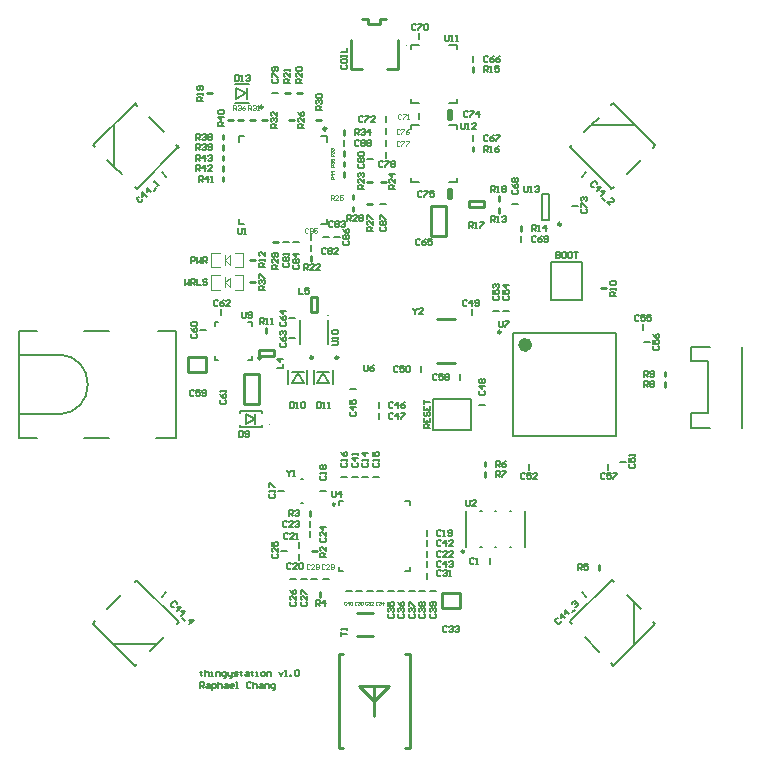
<source format=gto>
G04 Layer_Color=65535*
%FSAX25Y25*%
%MOIN*%
G70*
G01*
G75*
%ADD59C,0.01000*%
%ADD72C,0.00800*%
%ADD73C,0.00984*%
%ADD74C,0.00394*%
%ADD75C,0.02362*%
%ADD76C,0.00787*%
%ADD77C,0.00500*%
%ADD78C,0.00300*%
%ADD79C,0.00400*%
D59*
X0383008Y0273630D02*
G03*
X0383008Y0273630I-0000394J0000000D01*
G01*
X0425910Y0257850D02*
G03*
X0425910Y0257850I-0000394J0000000D01*
G01*
X0396000Y0203000D02*
Y0208000D01*
X0391000Y0213000D02*
X0396000Y0208000D01*
X0391000Y0213000D02*
X0401000D01*
X0396000Y0208000D02*
X0401000Y0213000D01*
X0396000Y0208000D02*
Y0213000D01*
X0420500Y0402000D02*
Y0405000D01*
X0421500Y0402000D02*
Y0405000D01*
X0420500D02*
X0421500D01*
X0420500Y0402000D02*
X0421500D01*
X0386000Y0382713D02*
Y0384287D01*
Y0386213D02*
Y0387787D01*
Y0389713D02*
Y0391287D01*
Y0396713D02*
Y0398287D01*
X0398213Y0381000D02*
X0399787D01*
X0393713D02*
X0395287D01*
X0393713Y0373500D02*
X0395287D01*
X0389000Y0375213D02*
Y0376787D01*
Y0371213D02*
Y0372787D01*
X0429000Y0417713D02*
Y0419287D01*
Y0391213D02*
Y0392787D01*
X0427500Y0374500D02*
X0432500D01*
X0427500Y0372500D02*
X0432500D01*
X0427500D02*
Y0374500D01*
X0432500Y0372500D02*
Y0374500D01*
X0420500Y0375500D02*
Y0378500D01*
X0421500Y0375500D02*
Y0378500D01*
X0420500D02*
X0421500D01*
X0420500Y0375500D02*
X0421500D01*
X0415000Y0363000D02*
X0420000D01*
X0415000Y0373000D02*
X0420000D01*
X0415000Y0363000D02*
Y0373000D01*
X0420000Y0363000D02*
Y0373000D01*
X0437500Y0374713D02*
Y0376287D01*
Y0370713D02*
Y0372287D01*
X0374500Y0269713D02*
Y0271287D01*
X0375213Y0258000D02*
X0376787D01*
X0378000Y0242713D02*
Y0244287D01*
X0418500Y0239000D02*
X0424500D01*
X0418500Y0244000D02*
X0424500D01*
Y0239000D02*
Y0244000D01*
X0418500Y0239000D02*
Y0244000D01*
X0390244Y0229563D02*
X0395756D01*
X0390244Y0237437D02*
X0395756D01*
X0433000Y0286213D02*
Y0287787D01*
Y0282713D02*
Y0284287D01*
X0493000Y0316213D02*
Y0317787D01*
Y0312713D02*
Y0314287D01*
X0416950Y0320750D02*
X0423050D01*
X0416950Y0335250D02*
X0423050D01*
X0471713Y0345500D02*
X0473287D01*
X0445000Y0364713D02*
Y0366287D01*
X0471000Y0251713D02*
Y0253287D01*
X0375000Y0354713D02*
Y0356287D01*
X0362213Y0361000D02*
X0363787D01*
X0340213Y0410500D02*
X0341787D01*
X0376595Y0401500D02*
X0378170D01*
X0370213Y0410500D02*
X0371787D01*
X0366213D02*
X0367787D01*
X0345500Y0395213D02*
Y0396787D01*
Y0391713D02*
Y0393287D01*
Y0388213D02*
Y0389787D01*
Y0384713D02*
Y0386287D01*
Y0381213D02*
Y0382787D01*
X0367713Y0401500D02*
X0369287D01*
X0350713D02*
X0352287D01*
X0358713D02*
X0360287D01*
X0354713D02*
X0356287D01*
X0347213D02*
X0348787D01*
X0397969Y0435256D02*
X0399937D01*
X0388126Y0418524D02*
Y0428169D01*
X0403874Y0418524D02*
Y0428169D01*
X0400134Y0418524D02*
X0403874D01*
X0388126D02*
X0391866D01*
X0397969Y0433681D02*
Y0435256D01*
X0394032Y0433681D02*
X0397969D01*
X0394032D02*
Y0435256D01*
X0392063D02*
X0394032D01*
X0354713Y0347500D02*
X0356287D01*
X0354713Y0355000D02*
X0356287D01*
X0360000Y0330713D02*
Y0332287D01*
X0357500Y0325000D02*
X0362500D01*
X0357500Y0323000D02*
X0362500D01*
X0357500D02*
Y0325000D01*
X0362500Y0323000D02*
Y0325000D01*
X0377000Y0337500D02*
Y0342500D01*
X0375000Y0337500D02*
Y0342500D01*
X0377000D01*
X0375000Y0337500D02*
X0377000D01*
X0352500Y0317000D02*
X0357500D01*
X0352500Y0307000D02*
X0357500D01*
Y0317000D01*
X0352500Y0307000D02*
Y0317000D01*
X0334000Y0317500D02*
X0340000D01*
X0334000Y0322500D02*
X0340000D01*
Y0317500D02*
Y0322500D01*
X0334000Y0317500D02*
Y0322500D01*
X0407811Y0192252D02*
Y0223748D01*
X0406236Y0192252D02*
X0407811D01*
X0406236Y0223748D02*
X0407811D01*
X0384189D02*
X0385764D01*
X0384189Y0192252D02*
X0385764D01*
X0384189D02*
Y0223748D01*
D72*
X0291500Y0303658D02*
G03*
X0300500Y0313500I-0000421J0009421D01*
G01*
D02*
G03*
X0291500Y0323400I-0009450J0000450D01*
G01*
X0501700Y0299114D02*
X0508000D01*
X0501700D02*
Y0303839D01*
Y0321200D02*
Y0325900D01*
X0508000D01*
X0518709Y0299114D02*
Y0325900D01*
X0501700Y0303839D02*
X0507200D01*
Y0321200D01*
X0501700D02*
X0507200D01*
X0277720Y0295783D02*
X0283626D01*
X0299400D02*
X0307700D01*
X0323400D02*
X0330100D01*
X0323800Y0331300D02*
X0330100D01*
X0299400D02*
X0307700D01*
X0277720D02*
X0283626D01*
X0277720Y0303658D02*
X0291500D01*
X0277720Y0323400D02*
X0291500D01*
X0277720Y0295783D02*
Y0303658D01*
Y0323400D01*
Y0331300D01*
X0330100Y0295783D02*
Y0331300D01*
X0482571Y0241071D02*
X0482571Y0226929D01*
X0482571Y0241071D02*
X0484975Y0238667D01*
X0480167Y0243475D02*
X0482571Y0241071D01*
X0466166Y0229192D02*
X0470904Y0224454D01*
X0489091Y0234410D02*
X0489720Y0233781D01*
X0475875Y0219936D02*
X0489720Y0233781D01*
X0475868Y0219943D02*
X0475875Y0219936D01*
X0475726Y0219801D02*
X0475868Y0219943D01*
X0474970Y0220558D02*
X0475726Y0219801D01*
X0475217Y0248284D02*
X0475853Y0247647D01*
X0461429Y0234495D02*
X0475217Y0248284D01*
X0461358Y0234566D02*
X0461429Y0234495D01*
X0461216Y0234424D02*
X0461358Y0234566D01*
X0461216Y0234424D02*
X0461924Y0233717D01*
X0309429Y0226929D02*
X0323571Y0226929D01*
X0321167Y0224525D02*
X0323571Y0226929D01*
X0325975Y0229333D01*
X0306954Y0238596D02*
X0311692Y0243334D01*
X0316281Y0219780D02*
X0316910Y0220409D01*
X0302436Y0233625D02*
X0316281Y0219780D01*
X0302436Y0233625D02*
X0302443Y0233632D01*
X0302301Y0233774D02*
X0302443Y0233632D01*
X0302301Y0233774D02*
X0303058Y0234530D01*
X0330147Y0233646D02*
X0330784Y0234283D01*
X0316995Y0248071D02*
X0330784Y0234283D01*
X0316995Y0248071D02*
X0317066Y0248142D01*
X0316924Y0248284D02*
X0317066Y0248142D01*
X0316217Y0247576D02*
X0316924Y0248284D01*
X0309429Y0400071D02*
X0309429Y0385929D01*
X0307025Y0388333D02*
X0309429Y0385929D01*
X0311833Y0383525D01*
X0321096Y0402546D02*
X0325834Y0397808D01*
X0302280Y0393219D02*
X0302909Y0392590D01*
X0302280Y0393219D02*
X0316125Y0407064D01*
X0316132Y0407057D01*
X0316274Y0407199D01*
X0317030Y0406442D01*
X0316146Y0379353D02*
X0316783Y0378716D01*
X0330571Y0392505D01*
X0330642Y0392434D01*
X0330784Y0392576D01*
X0330077Y0393283D02*
X0330784Y0392576D01*
X0468429Y0400071D02*
X0482571D01*
X0468429D02*
X0470833Y0402475D01*
X0466025Y0397667D02*
X0468429Y0400071D01*
X0480308Y0383666D02*
X0485046Y0388404D01*
X0475090Y0406591D02*
X0475719Y0407220D01*
X0489564Y0393375D01*
X0489557Y0393368D02*
X0489564Y0393375D01*
X0489557Y0393368D02*
X0489699Y0393226D01*
X0488942Y0392470D02*
X0489699Y0393226D01*
X0461216Y0392717D02*
X0461853Y0393354D01*
X0461216Y0392717D02*
X0475005Y0378929D01*
X0474934Y0378858D02*
X0475005Y0378929D01*
X0474934Y0378858D02*
X0475076Y0378716D01*
X0475783Y0379423D01*
D73*
X0380067Y0398724D02*
G03*
X0380067Y0398724I-0000492J0000000D01*
G01*
X0458315Y0366890D02*
G03*
X0458315Y0366890I-0000492J0000000D01*
G01*
X0438240Y0330921D02*
G03*
X0438240Y0330921I-0000492J0000000D01*
G01*
X0358929Y0405933D02*
G03*
X0358929Y0405933I-0000492J0000000D01*
G01*
X0384059Y0322437D02*
G03*
X0384059Y0322437I-0000492J0000000D01*
G01*
X0375559D02*
G03*
X0375559Y0322437I-0000492J0000000D01*
G01*
X0358264Y0322374D02*
G03*
X0358264Y0322374I-0000492J0000000D01*
G01*
D74*
X0406945Y0400146D02*
G03*
X0406945Y0400146I-0000197J0000000D01*
G01*
Y0426646D02*
G03*
X0406945Y0426646I-0000197J0000000D01*
G01*
X0361102Y0300031D02*
G03*
X0361102Y0300031I-0000197J0000000D01*
G01*
X0347787Y0353425D02*
Y0356575D01*
X0346194Y0355000D02*
X0347787Y0356594D01*
X0346194Y0355000D02*
X0347787Y0353406D01*
X0346194Y0353327D02*
Y0356673D01*
X0341685Y0352638D02*
Y0357362D01*
X0349461D02*
X0352315D01*
Y0352638D02*
Y0357362D01*
X0349461Y0352638D02*
X0352315D01*
X0341685D02*
X0344539D01*
X0341685Y0357362D02*
X0344539D01*
X0347787Y0345925D02*
Y0349075D01*
X0346194Y0347500D02*
X0347787Y0349094D01*
X0346194Y0347500D02*
X0347787Y0345906D01*
X0346194Y0345827D02*
Y0349173D01*
X0341685Y0345138D02*
Y0349862D01*
X0349461D02*
X0352315D01*
Y0345138D02*
Y0349862D01*
X0349461Y0345138D02*
X0352315D01*
X0341685D02*
X0344539D01*
X0341685Y0349862D02*
X0344539D01*
D75*
X0447492Y0326689D02*
G03*
X0447492Y0326689I-0001181J0000000D01*
G01*
D76*
X0380528Y0336512D02*
G03*
X0380528Y0336512I-0000197J0000000D01*
G01*
X0350835Y0394394D02*
Y0396165D01*
X0352606D01*
X0350835Y0366835D02*
Y0368606D01*
Y0366835D02*
X0352606D01*
X0378394D02*
X0380165D01*
Y0368606D01*
Y0394394D02*
Y0396165D01*
X0378394D02*
X0380165D01*
X0384189Y0251189D02*
X0385764D01*
X0384189D02*
Y0252764D01*
X0406236Y0251189D02*
X0407811D01*
Y0252764D01*
Y0273236D02*
Y0274811D01*
X0406236D02*
X0407811D01*
X0384189Y0273236D02*
Y0274811D01*
X0385764D01*
X0371606Y0281937D02*
X0372394D01*
X0371606Y0274063D02*
X0372394D01*
X0431421Y0271236D02*
X0431815D01*
X0441264D02*
X0441657D01*
X0441264Y0259425D02*
X0441657D01*
X0431421D02*
X0431815D01*
X0426697D02*
Y0271236D01*
X0446382Y0259425D02*
Y0271236D01*
X0436342Y0259425D02*
X0436736D01*
X0436342Y0271236D02*
X0436736D01*
X0408323Y0398768D02*
Y0400146D01*
Y0380854D02*
Y0382232D01*
X0423677Y0398768D02*
Y0400146D01*
Y0380854D02*
Y0382232D01*
X0408323Y0400146D02*
X0410902D01*
X0421098D02*
X0423677D01*
X0408323Y0380854D02*
X0410902D01*
X0421098D02*
X0423677D01*
X0408323Y0425268D02*
Y0426646D01*
Y0407354D02*
Y0408732D01*
X0423677Y0425268D02*
Y0426646D01*
Y0407354D02*
Y0408732D01*
X0408323Y0426646D02*
X0410902D01*
X0421098D02*
X0423677D01*
X0408323Y0407354D02*
X0410902D01*
X0421098D02*
X0423677D01*
X0451819Y0368169D02*
X0454181D01*
X0451819Y0376831D02*
X0454181D01*
Y0368169D02*
Y0376831D01*
X0451819Y0368169D02*
Y0376831D01*
X0442374Y0296374D02*
X0476626D01*
X0442374Y0330626D02*
X0476626D01*
Y0296374D02*
Y0330626D01*
X0442374Y0296374D02*
Y0330626D01*
X0415701Y0298382D02*
Y0308618D01*
X0428299Y0298382D02*
Y0308618D01*
X0415701Y0298382D02*
X0428299D01*
X0415701Y0308618D02*
X0428299D01*
X0454882Y0354299D02*
X0465118D01*
X0454882Y0341701D02*
X0465118D01*
X0454882D02*
Y0354299D01*
X0465118Y0341701D02*
Y0354299D01*
X0350031Y0408532D02*
Y0412468D01*
X0353181Y0410500D01*
X0350031Y0408532D02*
X0353181Y0410500D01*
X0353575Y0408532D02*
Y0412468D01*
X0349638Y0407350D02*
X0354362D01*
X0349638Y0413650D02*
X0354362D01*
X0380724Y0327850D02*
Y0335134D01*
Y0326866D02*
Y0327850D01*
X0371276Y0326866D02*
Y0334150D01*
Y0335134D01*
X0377031Y0314032D02*
X0380968D01*
X0377031D02*
X0379000Y0317181D01*
X0380968Y0314032D01*
X0377031Y0317575D02*
X0380968D01*
X0382150Y0313638D02*
Y0318362D01*
X0375850Y0313638D02*
Y0318362D01*
X0368531Y0314032D02*
X0372468D01*
X0368531D02*
X0370500Y0317181D01*
X0372468Y0314032D01*
X0368531Y0317575D02*
X0372468D01*
X0373650Y0313638D02*
Y0318362D01*
X0367350Y0313638D02*
Y0318362D01*
X0353425Y0300425D02*
X0356181Y0302000D01*
X0353425Y0303575D02*
X0356181Y0302000D01*
Y0300425D02*
Y0303575D01*
X0353425Y0300425D02*
Y0303575D01*
X0351260Y0303969D02*
Y0304756D01*
X0358740Y0303969D02*
Y0304756D01*
X0351260Y0299244D02*
Y0300031D01*
X0358740Y0299244D02*
Y0300031D01*
X0351260Y0304756D02*
X0358740D01*
X0351260Y0299244D02*
X0358740D01*
X0355213Y0321783D02*
Y0322905D01*
X0354090Y0321783D02*
X0355213D01*
X0342811D02*
X0343933D01*
X0342811D02*
Y0322905D01*
Y0333063D02*
Y0334185D01*
X0343933D01*
X0355213Y0333063D02*
Y0334185D01*
X0354090D02*
X0355213D01*
D77*
X0431000Y0306500D02*
X0433000D01*
X0386000Y0393000D02*
Y0395000D01*
X0400000Y0401000D02*
Y0403000D01*
Y0397000D02*
Y0399000D01*
Y0393000D02*
Y0395000D01*
Y0389000D02*
Y0391000D01*
X0393500Y0388500D02*
X0395500D01*
X0398000Y0373500D02*
X0400000D01*
X0411000Y0402000D02*
Y0404000D01*
Y0428500D02*
Y0430500D01*
X0429000Y0421000D02*
Y0423000D01*
X0429000Y0394500D02*
Y0396500D01*
X0442000Y0373500D02*
X0444000D01*
X0397500Y0305500D02*
Y0307500D01*
Y0302000D02*
Y0304000D01*
X0388000Y0312000D02*
X0390000D01*
X0395500Y0282500D02*
X0397500D01*
X0392000Y0282500D02*
X0394000D01*
X0388500D02*
X0390500D01*
X0385000Y0282500D02*
X0387000D01*
X0378000Y0278000D02*
X0380000D01*
X0364000Y0278000D02*
X0366000D01*
X0374500Y0266000D02*
Y0268000D01*
Y0262500D02*
Y0264500D01*
X0371000Y0259000D02*
Y0261000D01*
X0365000Y0258000D02*
X0367000D01*
X0371000Y0255000D02*
Y0257000D01*
X0379000Y0248500D02*
X0381000D01*
X0375000D02*
X0377000D01*
X0371500D02*
X0373500D01*
X0368000D02*
X0370000D01*
X0413500Y0263000D02*
Y0265000D01*
X0413500Y0259500D02*
Y0261500D01*
Y0256000D02*
Y0258000D01*
Y0252500D02*
Y0254500D01*
Y0248500D02*
Y0250500D01*
X0414500Y0244500D02*
X0416500D01*
X0411000D02*
X0413000D01*
X0407500D02*
X0409500D01*
X0404000D02*
X0406000D01*
X0400500D02*
X0402500D01*
X0397000D02*
X0399000D01*
X0393500D02*
X0395500D01*
X0390000D02*
X0392000D01*
X0386500D02*
X0388500D01*
X0434500Y0253500D02*
Y0255500D01*
X0447500Y0285000D02*
Y0287000D01*
X0474000Y0285000D02*
Y0287000D01*
X0478000Y0287500D02*
X0480000D01*
X0439000Y0338000D02*
X0441000D01*
X0435500D02*
X0437500D01*
X0485500Y0331500D02*
Y0333500D01*
X0486000Y0327500D02*
X0488000D01*
X0428500Y0336500D02*
Y0338500D01*
X0411500Y0317500D02*
Y0319500D01*
X0424500Y0315000D02*
Y0317000D01*
X0445000Y0361000D02*
Y0363000D01*
X0462000Y0373000D02*
X0464000D01*
X0465293Y0382793D02*
X0466707Y0384207D01*
X0325293Y0242793D02*
X0326707Y0244207D01*
X0465293Y0244207D02*
X0466707Y0242793D01*
X0379000Y0362500D02*
X0381000D01*
X0382500D02*
X0384500D01*
X0375000Y0361500D02*
Y0363500D01*
Y0358000D02*
Y0360000D01*
X0369000Y0361000D02*
X0371000D01*
X0365500D02*
X0367500D01*
X0362000Y0410500D02*
X0364000D01*
X0325293Y0384207D02*
X0326707Y0382793D01*
X0367500Y0335500D02*
X0369500D01*
X0367500Y0329000D02*
X0369500D01*
X0338000Y0331500D02*
X0340000D01*
X0345000Y0336500D02*
Y0338500D01*
X0338333Y0218098D02*
Y0217765D01*
X0338000D01*
X0338666D01*
X0338333D01*
Y0216765D01*
X0338666Y0216432D01*
X0339666Y0218431D02*
Y0216432D01*
Y0217432D01*
X0339999Y0217765D01*
X0340666D01*
X0340999Y0217432D01*
Y0216432D01*
X0341666D02*
X0342332D01*
X0341999D01*
Y0217765D01*
X0341666D01*
X0343332Y0216432D02*
Y0217765D01*
X0344331D01*
X0344665Y0217432D01*
Y0216432D01*
X0345997Y0215766D02*
X0346331D01*
X0346664Y0216099D01*
Y0217765D01*
X0345664D01*
X0345331Y0217432D01*
Y0216765D01*
X0345664Y0216432D01*
X0346664D01*
X0347330Y0217765D02*
Y0216765D01*
X0347663Y0216432D01*
X0348663D01*
Y0216099D01*
X0348330Y0215766D01*
X0347997D01*
X0348663Y0216432D02*
Y0217765D01*
X0349330Y0216432D02*
X0350329D01*
X0350663Y0216765D01*
X0350329Y0217099D01*
X0349663D01*
X0349330Y0217432D01*
X0349663Y0217765D01*
X0350663D01*
X0351662Y0218098D02*
Y0217765D01*
X0351329D01*
X0351995D01*
X0351662D01*
Y0216765D01*
X0351995Y0216432D01*
X0353328Y0217765D02*
X0353995D01*
X0354328Y0217432D01*
Y0216432D01*
X0353328D01*
X0352995Y0216765D01*
X0353328Y0217099D01*
X0354328D01*
X0355328Y0218098D02*
Y0217765D01*
X0354995D01*
X0355661D01*
X0355328D01*
Y0216765D01*
X0355661Y0216432D01*
X0356661D02*
X0357327D01*
X0356994D01*
Y0217765D01*
X0356661D01*
X0358660Y0216432D02*
X0359326D01*
X0359660Y0216765D01*
Y0217432D01*
X0359326Y0217765D01*
X0358660D01*
X0358327Y0217432D01*
Y0216765D01*
X0358660Y0216432D01*
X0360326D02*
Y0217765D01*
X0361326D01*
X0361659Y0217432D01*
Y0216432D01*
X0364325Y0217765D02*
X0364991Y0216432D01*
X0365658Y0217765D01*
X0366324Y0216432D02*
X0366991D01*
X0366657D01*
Y0218431D01*
X0366324Y0218098D01*
X0367990Y0216432D02*
Y0216765D01*
X0368323D01*
Y0216432D01*
X0367990D01*
X0369656Y0218098D02*
X0369990Y0218431D01*
X0370656D01*
X0370989Y0218098D01*
Y0216765D01*
X0370656Y0216432D01*
X0369990D01*
X0369656Y0216765D01*
Y0218098D01*
X0338000Y0212166D02*
Y0214166D01*
X0339000D01*
X0339333Y0213833D01*
Y0213166D01*
X0339000Y0212833D01*
X0338000D01*
X0338666D02*
X0339333Y0212166D01*
X0340333Y0213499D02*
X0340999D01*
X0341332Y0213166D01*
Y0212166D01*
X0340333D01*
X0339999Y0212500D01*
X0340333Y0212833D01*
X0341332D01*
X0341999Y0211500D02*
Y0213499D01*
X0342998D01*
X0343332Y0213166D01*
Y0212500D01*
X0342998Y0212166D01*
X0341999D01*
X0343998Y0214166D02*
Y0212166D01*
Y0213166D01*
X0344331Y0213499D01*
X0344998D01*
X0345331Y0213166D01*
Y0212166D01*
X0346331Y0213499D02*
X0346997D01*
X0347330Y0213166D01*
Y0212166D01*
X0346331D01*
X0345997Y0212500D01*
X0346331Y0212833D01*
X0347330D01*
X0348996Y0212166D02*
X0348330D01*
X0347997Y0212500D01*
Y0213166D01*
X0348330Y0213499D01*
X0348996D01*
X0349330Y0213166D01*
Y0212833D01*
X0347997D01*
X0349996Y0212166D02*
X0350663D01*
X0350329D01*
Y0214166D01*
X0349996D01*
X0354995Y0213833D02*
X0354661Y0214166D01*
X0353995D01*
X0353662Y0213833D01*
Y0212500D01*
X0353995Y0212166D01*
X0354661D01*
X0354995Y0212500D01*
X0355661Y0214166D02*
Y0212166D01*
Y0213166D01*
X0355994Y0213499D01*
X0356661D01*
X0356994Y0213166D01*
Y0212166D01*
X0357994Y0213499D02*
X0358660D01*
X0358993Y0213166D01*
Y0212166D01*
X0357994D01*
X0357660Y0212500D01*
X0357994Y0212833D01*
X0358993D01*
X0359660Y0212166D02*
Y0213499D01*
X0360659D01*
X0360993Y0213166D01*
Y0212166D01*
X0362325Y0211500D02*
X0362659D01*
X0362992Y0211833D01*
Y0213499D01*
X0361992D01*
X0361659Y0213166D01*
Y0212500D01*
X0361992Y0212166D01*
X0362992D01*
X0350500Y0365499D02*
Y0363833D01*
X0350833Y0363500D01*
X0351500D01*
X0351833Y0363833D01*
Y0365499D01*
X0352499Y0363500D02*
X0353166D01*
X0352833D01*
Y0365499D01*
X0352499Y0365166D01*
X0382000Y0277999D02*
Y0276333D01*
X0382333Y0276000D01*
X0383000D01*
X0383333Y0276333D01*
Y0277999D01*
X0384999Y0276000D02*
Y0277999D01*
X0383999Y0277000D01*
X0385332D01*
X0431334Y0311333D02*
X0431001Y0311000D01*
Y0310333D01*
X0431334Y0310000D01*
X0432667D01*
X0433000Y0310333D01*
Y0311000D01*
X0432667Y0311333D01*
X0433000Y0312999D02*
X0431001D01*
X0432000Y0311999D01*
Y0313332D01*
X0431334Y0313999D02*
X0431001Y0314332D01*
Y0314998D01*
X0431334Y0315332D01*
X0431667D01*
X0432000Y0314998D01*
X0432334Y0315332D01*
X0432667D01*
X0433000Y0314998D01*
Y0314332D01*
X0432667Y0313999D01*
X0432334D01*
X0432000Y0314332D01*
X0431667Y0313999D01*
X0431334D01*
X0432000Y0314332D02*
Y0314998D01*
X0427333Y0404166D02*
X0427000Y0404499D01*
X0426333D01*
X0426000Y0404166D01*
Y0402833D01*
X0426333Y0402500D01*
X0427000D01*
X0427333Y0402833D01*
X0427999Y0404499D02*
X0429332D01*
Y0404166D01*
X0427999Y0402833D01*
Y0402500D01*
X0430998D02*
Y0404499D01*
X0429999Y0403500D01*
X0431332D01*
X0390833Y0394666D02*
X0390500Y0394999D01*
X0389833D01*
X0389500Y0394666D01*
Y0393333D01*
X0389833Y0393000D01*
X0390500D01*
X0390833Y0393333D01*
X0391499Y0394666D02*
X0391833Y0394999D01*
X0392499D01*
X0392832Y0394666D01*
Y0394333D01*
X0392499Y0394000D01*
X0392832Y0393666D01*
Y0393333D01*
X0392499Y0393000D01*
X0391833D01*
X0391499Y0393333D01*
Y0393666D01*
X0391833Y0394000D01*
X0391499Y0394333D01*
Y0394666D01*
X0391833Y0394000D02*
X0392499D01*
X0393499Y0394666D02*
X0393832Y0394999D01*
X0394498D01*
X0394832Y0394666D01*
Y0394333D01*
X0394498Y0394000D01*
X0394832Y0393666D01*
Y0393333D01*
X0394498Y0393000D01*
X0393832D01*
X0393499Y0393333D01*
Y0393666D01*
X0393832Y0394000D01*
X0393499Y0394333D01*
Y0394666D01*
X0393832Y0394000D02*
X0394498D01*
X0389500Y0396500D02*
Y0398499D01*
X0390500D01*
X0390833Y0398166D01*
Y0397500D01*
X0390500Y0397166D01*
X0389500D01*
X0390166D02*
X0390833Y0396500D01*
X0391499Y0398166D02*
X0391833Y0398499D01*
X0392499D01*
X0392832Y0398166D01*
Y0397833D01*
X0392499Y0397500D01*
X0392166D01*
X0392499D01*
X0392832Y0397166D01*
Y0396833D01*
X0392499Y0396500D01*
X0391833D01*
X0391499Y0396833D01*
X0394498Y0396500D02*
Y0398499D01*
X0393499Y0397500D01*
X0394832D01*
X0392333Y0402666D02*
X0392000Y0402999D01*
X0391333D01*
X0391000Y0402666D01*
Y0401333D01*
X0391333Y0401000D01*
X0392000D01*
X0392333Y0401333D01*
X0392999Y0402999D02*
X0394332D01*
Y0402666D01*
X0392999Y0401333D01*
Y0401000D01*
X0396332D02*
X0394999D01*
X0396332Y0402333D01*
Y0402666D01*
X0395998Y0402999D01*
X0395332D01*
X0394999Y0402666D01*
X0398833Y0387666D02*
X0398500Y0387999D01*
X0397833D01*
X0397500Y0387666D01*
Y0386333D01*
X0397833Y0386000D01*
X0398500D01*
X0398833Y0386333D01*
X0399499Y0387999D02*
X0400832D01*
Y0387666D01*
X0399499Y0386333D01*
Y0386000D01*
X0401499Y0387666D02*
X0401832Y0387999D01*
X0402498D01*
X0402832Y0387666D01*
Y0387333D01*
X0402498Y0387000D01*
X0402832Y0386666D01*
Y0386333D01*
X0402498Y0386000D01*
X0401832D01*
X0401499Y0386333D01*
Y0386666D01*
X0401832Y0387000D01*
X0401499Y0387333D01*
Y0387666D01*
X0401832Y0387000D02*
X0402498D01*
X0390834Y0386833D02*
X0390501Y0386500D01*
Y0385833D01*
X0390834Y0385500D01*
X0392167D01*
X0392500Y0385833D01*
Y0386500D01*
X0392167Y0386833D01*
X0390834Y0387499D02*
X0390501Y0387833D01*
Y0388499D01*
X0390834Y0388832D01*
X0391167D01*
X0391500Y0388499D01*
X0391834Y0388832D01*
X0392167D01*
X0392500Y0388499D01*
Y0387833D01*
X0392167Y0387499D01*
X0391834D01*
X0391500Y0387833D01*
X0391167Y0387499D01*
X0390834D01*
X0391500Y0387833D02*
Y0388499D01*
X0390834Y0389499D02*
X0390501Y0389832D01*
Y0390498D01*
X0390834Y0390832D01*
X0392167D01*
X0392500Y0390498D01*
Y0389832D01*
X0392167Y0389499D01*
X0390834D01*
X0403000Y0378500D02*
X0401001D01*
Y0379500D01*
X0401334Y0379833D01*
X0402000D01*
X0402334Y0379500D01*
Y0378500D01*
Y0379166D02*
X0403000Y0379833D01*
Y0381832D02*
Y0380499D01*
X0401667Y0381832D01*
X0401334D01*
X0401001Y0381499D01*
Y0380833D01*
X0401334Y0380499D01*
X0403000Y0383498D02*
X0401001D01*
X0402000Y0382499D01*
Y0383832D01*
X0392500Y0378500D02*
X0390501D01*
Y0379500D01*
X0390834Y0379833D01*
X0391500D01*
X0391834Y0379500D01*
Y0378500D01*
Y0379166D02*
X0392500Y0379833D01*
Y0381832D02*
Y0380499D01*
X0391167Y0381832D01*
X0390834D01*
X0390501Y0381499D01*
Y0380833D01*
X0390834Y0380499D01*
Y0382499D02*
X0390501Y0382832D01*
Y0383498D01*
X0390834Y0383832D01*
X0391167D01*
X0391500Y0383498D01*
Y0383165D01*
Y0383498D01*
X0391834Y0383832D01*
X0392167D01*
X0392500Y0383498D01*
Y0382832D01*
X0392167Y0382499D01*
X0395500Y0364500D02*
X0393501D01*
Y0365500D01*
X0393834Y0365833D01*
X0394500D01*
X0394834Y0365500D01*
Y0364500D01*
Y0365166D02*
X0395500Y0365833D01*
Y0367832D02*
Y0366499D01*
X0394167Y0367832D01*
X0393834D01*
X0393501Y0367499D01*
Y0366833D01*
X0393834Y0366499D01*
X0393501Y0368499D02*
Y0369832D01*
X0393834D01*
X0395167Y0368499D01*
X0395500D01*
X0387000Y0368000D02*
Y0369999D01*
X0388000D01*
X0388333Y0369666D01*
Y0369000D01*
X0388000Y0368666D01*
X0387000D01*
X0387666D02*
X0388333Y0368000D01*
X0390332D02*
X0388999D01*
X0390332Y0369333D01*
Y0369666D01*
X0389999Y0369999D01*
X0389333D01*
X0388999Y0369666D01*
X0390999D02*
X0391332Y0369999D01*
X0391998D01*
X0392332Y0369666D01*
Y0369333D01*
X0391998Y0369000D01*
X0392332Y0368666D01*
Y0368333D01*
X0391998Y0368000D01*
X0391332D01*
X0390999Y0368333D01*
Y0368666D01*
X0391332Y0369000D01*
X0390999Y0369333D01*
Y0369666D01*
X0391332Y0369000D02*
X0391998D01*
X0398334Y0365833D02*
X0398001Y0365500D01*
Y0364833D01*
X0398334Y0364500D01*
X0399667D01*
X0400000Y0364833D01*
Y0365500D01*
X0399667Y0365833D01*
X0398334Y0366499D02*
X0398001Y0366833D01*
Y0367499D01*
X0398334Y0367832D01*
X0398667D01*
X0399000Y0367499D01*
X0399334Y0367832D01*
X0399667D01*
X0400000Y0367499D01*
Y0366833D01*
X0399667Y0366499D01*
X0399334D01*
X0399000Y0366833D01*
X0398667Y0366499D01*
X0398334D01*
X0399000Y0366833D02*
Y0367499D01*
X0398001Y0368499D02*
Y0369832D01*
X0398334D01*
X0399667Y0368499D01*
X0400000D01*
X0425000Y0400499D02*
Y0398833D01*
X0425333Y0398500D01*
X0426000D01*
X0426333Y0398833D01*
Y0400499D01*
X0426999Y0398500D02*
X0427666D01*
X0427333D01*
Y0400499D01*
X0426999Y0400166D01*
X0429998Y0398500D02*
X0428665D01*
X0429998Y0399833D01*
Y0400166D01*
X0429665Y0400499D01*
X0428999D01*
X0428665Y0400166D01*
X0409833Y0433166D02*
X0409500Y0433499D01*
X0408833D01*
X0408500Y0433166D01*
Y0431833D01*
X0408833Y0431500D01*
X0409500D01*
X0409833Y0431833D01*
X0410499Y0433499D02*
X0411832D01*
Y0433166D01*
X0410499Y0431833D01*
Y0431500D01*
X0412499Y0433166D02*
X0412832Y0433499D01*
X0413498D01*
X0413832Y0433166D01*
Y0431833D01*
X0413498Y0431500D01*
X0412832D01*
X0412499Y0431833D01*
Y0433166D01*
X0419500Y0429999D02*
Y0428333D01*
X0419833Y0428000D01*
X0420500D01*
X0420833Y0428333D01*
Y0429999D01*
X0421499Y0428000D02*
X0422166D01*
X0421833D01*
Y0429999D01*
X0421499Y0429666D01*
X0423166Y0428000D02*
X0423832D01*
X0423499D01*
Y0429999D01*
X0423166Y0429666D01*
X0433833Y0422666D02*
X0433500Y0422999D01*
X0432833D01*
X0432500Y0422666D01*
Y0421333D01*
X0432833Y0421000D01*
X0433500D01*
X0433833Y0421333D01*
X0435832Y0422999D02*
X0435166Y0422666D01*
X0434499Y0422000D01*
Y0421333D01*
X0434833Y0421000D01*
X0435499D01*
X0435832Y0421333D01*
Y0421666D01*
X0435499Y0422000D01*
X0434499D01*
X0437832Y0422999D02*
X0437165Y0422666D01*
X0436499Y0422000D01*
Y0421333D01*
X0436832Y0421000D01*
X0437498D01*
X0437832Y0421333D01*
Y0421666D01*
X0437498Y0422000D01*
X0436499D01*
X0432500Y0417500D02*
Y0419499D01*
X0433500D01*
X0433833Y0419166D01*
Y0418500D01*
X0433500Y0418166D01*
X0432500D01*
X0433166D02*
X0433833Y0417500D01*
X0434499D02*
X0435166D01*
X0434833D01*
Y0419499D01*
X0434499Y0419166D01*
X0437498Y0419499D02*
X0436166D01*
Y0418500D01*
X0436832Y0418833D01*
X0437165D01*
X0437498Y0418500D01*
Y0417833D01*
X0437165Y0417500D01*
X0436499D01*
X0436166Y0417833D01*
X0433833Y0396166D02*
X0433500Y0396499D01*
X0432833D01*
X0432500Y0396166D01*
Y0394833D01*
X0432833Y0394500D01*
X0433500D01*
X0433833Y0394833D01*
X0435832Y0396499D02*
X0435166Y0396166D01*
X0434499Y0395500D01*
Y0394833D01*
X0434833Y0394500D01*
X0435499D01*
X0435832Y0394833D01*
Y0395166D01*
X0435499Y0395500D01*
X0434499D01*
X0436499Y0396499D02*
X0437832D01*
Y0396166D01*
X0436499Y0394833D01*
Y0394500D01*
X0432500Y0391000D02*
Y0392999D01*
X0433500D01*
X0433833Y0392666D01*
Y0392000D01*
X0433500Y0391666D01*
X0432500D01*
X0433166D02*
X0433833Y0391000D01*
X0434499D02*
X0435166D01*
X0434833D01*
Y0392999D01*
X0434499Y0392666D01*
X0437498Y0392999D02*
X0436832Y0392666D01*
X0436166Y0392000D01*
Y0391333D01*
X0436499Y0391000D01*
X0437165D01*
X0437498Y0391333D01*
Y0391666D01*
X0437165Y0392000D01*
X0436166D01*
X0427500Y0365500D02*
Y0367499D01*
X0428500D01*
X0428833Y0367166D01*
Y0366500D01*
X0428500Y0366166D01*
X0427500D01*
X0428166D02*
X0428833Y0365500D01*
X0429499D02*
X0430166D01*
X0429833D01*
Y0367499D01*
X0429499Y0367166D01*
X0431166Y0367499D02*
X0432498D01*
Y0367166D01*
X0431166Y0365833D01*
Y0365500D01*
X0411833Y0377666D02*
X0411500Y0377999D01*
X0410833D01*
X0410500Y0377666D01*
Y0376333D01*
X0410833Y0376000D01*
X0411500D01*
X0411833Y0376333D01*
X0412499Y0377999D02*
X0413832D01*
Y0377666D01*
X0412499Y0376333D01*
Y0376000D01*
X0415832Y0377999D02*
X0414499D01*
Y0377000D01*
X0415165Y0377333D01*
X0415498D01*
X0415832Y0377000D01*
Y0376333D01*
X0415498Y0376000D01*
X0414832D01*
X0414499Y0376333D01*
X0411333Y0361666D02*
X0411000Y0361999D01*
X0410333D01*
X0410000Y0361666D01*
Y0360333D01*
X0410333Y0360000D01*
X0411000D01*
X0411333Y0360333D01*
X0413332Y0361999D02*
X0412666Y0361666D01*
X0411999Y0361000D01*
Y0360333D01*
X0412333Y0360000D01*
X0412999D01*
X0413332Y0360333D01*
Y0360666D01*
X0412999Y0361000D01*
X0411999D01*
X0415332Y0361999D02*
X0413999D01*
Y0361000D01*
X0414665Y0361333D01*
X0414998D01*
X0415332Y0361000D01*
Y0360333D01*
X0414998Y0360000D01*
X0414332D01*
X0413999Y0360333D01*
X0446000Y0379499D02*
Y0377833D01*
X0446333Y0377500D01*
X0447000D01*
X0447333Y0377833D01*
Y0379499D01*
X0447999Y0377500D02*
X0448666D01*
X0448333D01*
Y0379499D01*
X0447999Y0379166D01*
X0449665D02*
X0449999Y0379499D01*
X0450665D01*
X0450998Y0379166D01*
Y0378833D01*
X0450665Y0378500D01*
X0450332D01*
X0450665D01*
X0450998Y0378166D01*
Y0377833D01*
X0450665Y0377500D01*
X0449999D01*
X0449665Y0377833D01*
X0442334Y0378333D02*
X0442001Y0378000D01*
Y0377333D01*
X0442334Y0377000D01*
X0443667D01*
X0444000Y0377333D01*
Y0378000D01*
X0443667Y0378333D01*
X0442001Y0380332D02*
X0442334Y0379666D01*
X0443000Y0378999D01*
X0443667D01*
X0444000Y0379333D01*
Y0379999D01*
X0443667Y0380332D01*
X0443334D01*
X0443000Y0379999D01*
Y0378999D01*
X0442334Y0380999D02*
X0442001Y0381332D01*
Y0381998D01*
X0442334Y0382332D01*
X0442667D01*
X0443000Y0381998D01*
X0443334Y0382332D01*
X0443667D01*
X0444000Y0381998D01*
Y0381332D01*
X0443667Y0380999D01*
X0443334D01*
X0443000Y0381332D01*
X0442667Y0380999D01*
X0442334D01*
X0443000Y0381332D02*
Y0381998D01*
X0435000Y0377500D02*
Y0379499D01*
X0436000D01*
X0436333Y0379166D01*
Y0378500D01*
X0436000Y0378166D01*
X0435000D01*
X0435666D02*
X0436333Y0377500D01*
X0436999D02*
X0437666D01*
X0437333D01*
Y0379499D01*
X0436999Y0379166D01*
X0438665D02*
X0438999Y0379499D01*
X0439665D01*
X0439998Y0379166D01*
Y0378833D01*
X0439665Y0378500D01*
X0439998Y0378166D01*
Y0377833D01*
X0439665Y0377500D01*
X0438999D01*
X0438665Y0377833D01*
Y0378166D01*
X0438999Y0378500D01*
X0438665Y0378833D01*
Y0379166D01*
X0438999Y0378500D02*
X0439665D01*
X0435000Y0367500D02*
Y0369499D01*
X0436000D01*
X0436333Y0369166D01*
Y0368500D01*
X0436000Y0368166D01*
X0435000D01*
X0435666D02*
X0436333Y0367500D01*
X0436999D02*
X0437666D01*
X0437333D01*
Y0369499D01*
X0436999Y0369166D01*
X0438665D02*
X0438999Y0369499D01*
X0439665D01*
X0439998Y0369166D01*
Y0368833D01*
X0439665Y0368500D01*
X0439332D01*
X0439665D01*
X0439998Y0368166D01*
Y0367833D01*
X0439665Y0367500D01*
X0438999D01*
X0438665Y0367833D01*
X0402333Y0307166D02*
X0402000Y0307499D01*
X0401333D01*
X0401000Y0307166D01*
Y0305833D01*
X0401333Y0305500D01*
X0402000D01*
X0402333Y0305833D01*
X0403999Y0305500D02*
Y0307499D01*
X0402999Y0306500D01*
X0404332D01*
X0406332Y0307499D02*
X0405665Y0307166D01*
X0404999Y0306500D01*
Y0305833D01*
X0405332Y0305500D01*
X0405998D01*
X0406332Y0305833D01*
Y0306166D01*
X0405998Y0306500D01*
X0404999D01*
X0402333Y0303666D02*
X0402000Y0303999D01*
X0401333D01*
X0401000Y0303666D01*
Y0302333D01*
X0401333Y0302000D01*
X0402000D01*
X0402333Y0302333D01*
X0403999Y0302000D02*
Y0303999D01*
X0402999Y0303000D01*
X0404332D01*
X0404999Y0303999D02*
X0406332D01*
Y0303666D01*
X0404999Y0302333D01*
Y0302000D01*
X0392500Y0319999D02*
Y0318333D01*
X0392833Y0318000D01*
X0393500D01*
X0393833Y0318333D01*
Y0319999D01*
X0395832D02*
X0395166Y0319666D01*
X0394499Y0319000D01*
Y0318333D01*
X0394833Y0318000D01*
X0395499D01*
X0395832Y0318333D01*
Y0318666D01*
X0395499Y0319000D01*
X0394499D01*
X0388334Y0304333D02*
X0388001Y0304000D01*
Y0303333D01*
X0388334Y0303000D01*
X0389667D01*
X0390000Y0303333D01*
Y0304000D01*
X0389667Y0304333D01*
X0390000Y0305999D02*
X0388001D01*
X0389000Y0304999D01*
Y0306332D01*
X0388001Y0308332D02*
Y0306999D01*
X0389000D01*
X0388667Y0307665D01*
Y0307998D01*
X0389000Y0308332D01*
X0389667D01*
X0390000Y0307998D01*
Y0307332D01*
X0389667Y0306999D01*
X0395834Y0287333D02*
X0395501Y0287000D01*
Y0286333D01*
X0395834Y0286000D01*
X0397167D01*
X0397500Y0286333D01*
Y0287000D01*
X0397167Y0287333D01*
X0397500Y0287999D02*
Y0288666D01*
Y0288333D01*
X0395501D01*
X0395834Y0287999D01*
X0395501Y0290998D02*
Y0289666D01*
X0396500D01*
X0396167Y0290332D01*
Y0290665D01*
X0396500Y0290998D01*
X0397167D01*
X0397500Y0290665D01*
Y0289999D01*
X0397167Y0289666D01*
X0392334Y0287333D02*
X0392001Y0287000D01*
Y0286333D01*
X0392334Y0286000D01*
X0393667D01*
X0394000Y0286333D01*
Y0287000D01*
X0393667Y0287333D01*
X0394000Y0287999D02*
Y0288666D01*
Y0288333D01*
X0392001D01*
X0392334Y0287999D01*
X0394000Y0290665D02*
X0392001D01*
X0393000Y0289666D01*
Y0290998D01*
X0388834Y0287333D02*
X0388501Y0287000D01*
Y0286333D01*
X0388834Y0286000D01*
X0390167D01*
X0390500Y0286333D01*
Y0287000D01*
X0390167Y0287333D01*
X0390500Y0288999D02*
X0388501D01*
X0389500Y0287999D01*
Y0289332D01*
X0390500Y0289999D02*
Y0290665D01*
Y0290332D01*
X0388501D01*
X0388834Y0289999D01*
X0385334Y0287333D02*
X0385001Y0287000D01*
Y0286333D01*
X0385334Y0286000D01*
X0386667D01*
X0387000Y0286333D01*
Y0287000D01*
X0386667Y0287333D01*
X0387000Y0287999D02*
Y0288666D01*
Y0288333D01*
X0385001D01*
X0385334Y0287999D01*
X0385001Y0290998D02*
X0385334Y0290332D01*
X0386000Y0289666D01*
X0386667D01*
X0387000Y0289999D01*
Y0290665D01*
X0386667Y0290998D01*
X0386334D01*
X0386000Y0290665D01*
Y0289666D01*
X0367000Y0284999D02*
Y0284666D01*
X0367666Y0284000D01*
X0368333Y0284666D01*
Y0284999D01*
X0367666Y0284000D02*
Y0283000D01*
X0368999D02*
X0369666D01*
X0369333D01*
Y0284999D01*
X0368999Y0284666D01*
X0378334Y0282833D02*
X0378001Y0282500D01*
Y0281833D01*
X0378334Y0281500D01*
X0379667D01*
X0380000Y0281833D01*
Y0282500D01*
X0379667Y0282833D01*
X0380000Y0283499D02*
Y0284166D01*
Y0283833D01*
X0378001D01*
X0378334Y0283499D01*
Y0285166D02*
X0378001Y0285499D01*
Y0286165D01*
X0378334Y0286498D01*
X0378667D01*
X0379000Y0286165D01*
X0379334Y0286498D01*
X0379667D01*
X0380000Y0286165D01*
Y0285499D01*
X0379667Y0285166D01*
X0379334D01*
X0379000Y0285499D01*
X0378667Y0285166D01*
X0378334D01*
X0379000Y0285499D02*
Y0286165D01*
X0361334Y0276833D02*
X0361001Y0276500D01*
Y0275833D01*
X0361334Y0275500D01*
X0362667D01*
X0363000Y0275833D01*
Y0276500D01*
X0362667Y0276833D01*
X0363000Y0277499D02*
Y0278166D01*
Y0277833D01*
X0361001D01*
X0361334Y0277499D01*
X0361001Y0279166D02*
Y0280498D01*
X0361334D01*
X0362667Y0279166D01*
X0363000D01*
X0367500Y0269500D02*
Y0271499D01*
X0368500D01*
X0368833Y0271166D01*
Y0270500D01*
X0368500Y0270166D01*
X0367500D01*
X0368166D02*
X0368833Y0269500D01*
X0369499Y0271166D02*
X0369833Y0271499D01*
X0370499D01*
X0370832Y0271166D01*
Y0270833D01*
X0370499Y0270500D01*
X0370166D01*
X0370499D01*
X0370832Y0270166D01*
Y0269833D01*
X0370499Y0269500D01*
X0369833D01*
X0369499Y0269833D01*
X0366833Y0267666D02*
X0366500Y0267999D01*
X0365833D01*
X0365500Y0267666D01*
Y0266333D01*
X0365833Y0266000D01*
X0366500D01*
X0366833Y0266333D01*
X0368832Y0266000D02*
X0367499D01*
X0368832Y0267333D01*
Y0267666D01*
X0368499Y0267999D01*
X0367833D01*
X0367499Y0267666D01*
X0369499D02*
X0369832Y0267999D01*
X0370498D01*
X0370832Y0267666D01*
Y0267333D01*
X0370498Y0267000D01*
X0370165D01*
X0370498D01*
X0370832Y0266666D01*
Y0266333D01*
X0370498Y0266000D01*
X0369832D01*
X0369499Y0266333D01*
X0378334Y0262333D02*
X0378001Y0262000D01*
Y0261333D01*
X0378334Y0261000D01*
X0379667D01*
X0380000Y0261333D01*
Y0262000D01*
X0379667Y0262333D01*
X0380000Y0264332D02*
Y0262999D01*
X0378667Y0264332D01*
X0378334D01*
X0378001Y0263999D01*
Y0263333D01*
X0378334Y0262999D01*
X0380000Y0265998D02*
X0378001D01*
X0379000Y0264999D01*
Y0266332D01*
X0367333Y0263666D02*
X0367000Y0263999D01*
X0366333D01*
X0366000Y0263666D01*
Y0262333D01*
X0366333Y0262000D01*
X0367000D01*
X0367333Y0262333D01*
X0369332Y0262000D02*
X0367999D01*
X0369332Y0263333D01*
Y0263666D01*
X0368999Y0263999D01*
X0368333D01*
X0367999Y0263666D01*
X0369999Y0262000D02*
X0370665D01*
X0370332D01*
Y0263999D01*
X0369999Y0263666D01*
X0362334Y0256833D02*
X0362001Y0256500D01*
Y0255833D01*
X0362334Y0255500D01*
X0363667D01*
X0364000Y0255833D01*
Y0256500D01*
X0363667Y0256833D01*
X0364000Y0258832D02*
Y0257499D01*
X0362667Y0258832D01*
X0362334D01*
X0362001Y0258499D01*
Y0257833D01*
X0362334Y0257499D01*
X0362001Y0260832D02*
Y0259499D01*
X0363000D01*
X0362667Y0260165D01*
Y0260498D01*
X0363000Y0260832D01*
X0363667D01*
X0364000Y0260498D01*
Y0259832D01*
X0363667Y0259499D01*
X0380000Y0256000D02*
X0378001D01*
Y0257000D01*
X0378334Y0257333D01*
X0379000D01*
X0379334Y0257000D01*
Y0256000D01*
Y0256666D02*
X0380000Y0257333D01*
Y0259332D02*
Y0257999D01*
X0378667Y0259332D01*
X0378334D01*
X0378001Y0258999D01*
Y0258333D01*
X0378334Y0257999D01*
X0368333Y0253666D02*
X0368000Y0253999D01*
X0367333D01*
X0367000Y0253666D01*
Y0252333D01*
X0367333Y0252000D01*
X0368000D01*
X0368333Y0252333D01*
X0370332Y0252000D02*
X0368999D01*
X0370332Y0253333D01*
Y0253666D01*
X0369999Y0253999D01*
X0369333D01*
X0368999Y0253666D01*
X0370999D02*
X0371332Y0253999D01*
X0371998D01*
X0372332Y0253666D01*
Y0252333D01*
X0371998Y0252000D01*
X0371332D01*
X0370999Y0252333D01*
Y0253666D01*
X0371834Y0240833D02*
X0371501Y0240500D01*
Y0239833D01*
X0371834Y0239500D01*
X0373167D01*
X0373500Y0239833D01*
Y0240500D01*
X0373167Y0240833D01*
X0373500Y0242832D02*
Y0241499D01*
X0372167Y0242832D01*
X0371834D01*
X0371501Y0242499D01*
Y0241833D01*
X0371834Y0241499D01*
X0371501Y0243499D02*
Y0244832D01*
X0371834D01*
X0373167Y0243499D01*
X0373500D01*
X0368334Y0240833D02*
X0368001Y0240500D01*
Y0239833D01*
X0368334Y0239500D01*
X0369667D01*
X0370000Y0239833D01*
Y0240500D01*
X0369667Y0240833D01*
X0370000Y0242832D02*
Y0241499D01*
X0368667Y0242832D01*
X0368334D01*
X0368001Y0242499D01*
Y0241833D01*
X0368334Y0241499D01*
X0368001Y0244832D02*
X0368334Y0244165D01*
X0369000Y0243499D01*
X0369667D01*
X0370000Y0243832D01*
Y0244498D01*
X0369667Y0244832D01*
X0369334D01*
X0369000Y0244498D01*
Y0243499D01*
X0376500Y0239500D02*
Y0241499D01*
X0377500D01*
X0377833Y0241166D01*
Y0240500D01*
X0377500Y0240166D01*
X0376500D01*
X0377166D02*
X0377833Y0239500D01*
X0379499D02*
Y0241499D01*
X0378499Y0240500D01*
X0379832D01*
X0418333Y0264666D02*
X0418000Y0264999D01*
X0417333D01*
X0417000Y0264666D01*
Y0263333D01*
X0417333Y0263000D01*
X0418000D01*
X0418333Y0263333D01*
X0418999Y0263000D02*
X0419666D01*
X0419333D01*
Y0264999D01*
X0418999Y0264666D01*
X0420666Y0263333D02*
X0420999Y0263000D01*
X0421665D01*
X0421998Y0263333D01*
Y0264666D01*
X0421665Y0264999D01*
X0420999D01*
X0420666Y0264666D01*
Y0264333D01*
X0420999Y0264000D01*
X0421998D01*
X0418333Y0261166D02*
X0418000Y0261499D01*
X0417333D01*
X0417000Y0261166D01*
Y0259833D01*
X0417333Y0259500D01*
X0418000D01*
X0418333Y0259833D01*
X0419999Y0259500D02*
Y0261499D01*
X0418999Y0260500D01*
X0420332D01*
X0422332Y0259500D02*
X0420999D01*
X0422332Y0260833D01*
Y0261166D01*
X0421998Y0261499D01*
X0421332D01*
X0420999Y0261166D01*
X0418333Y0257666D02*
X0418000Y0257999D01*
X0417333D01*
X0417000Y0257666D01*
Y0256333D01*
X0417333Y0256000D01*
X0418000D01*
X0418333Y0256333D01*
X0420332Y0256000D02*
X0418999D01*
X0420332Y0257333D01*
Y0257666D01*
X0419999Y0257999D01*
X0419333D01*
X0418999Y0257666D01*
X0422332Y0256000D02*
X0420999D01*
X0422332Y0257333D01*
Y0257666D01*
X0421998Y0257999D01*
X0421332D01*
X0420999Y0257666D01*
X0418333Y0254166D02*
X0418000Y0254499D01*
X0417333D01*
X0417000Y0254166D01*
Y0252833D01*
X0417333Y0252500D01*
X0418000D01*
X0418333Y0252833D01*
X0419999Y0252500D02*
Y0254499D01*
X0418999Y0253500D01*
X0420332D01*
X0420999Y0254166D02*
X0421332Y0254499D01*
X0421998D01*
X0422332Y0254166D01*
Y0253833D01*
X0421998Y0253500D01*
X0421665D01*
X0421998D01*
X0422332Y0253166D01*
Y0252833D01*
X0421998Y0252500D01*
X0421332D01*
X0420999Y0252833D01*
X0418333Y0251166D02*
X0418000Y0251499D01*
X0417333D01*
X0417000Y0251166D01*
Y0249833D01*
X0417333Y0249500D01*
X0418000D01*
X0418333Y0249833D01*
X0418999Y0251166D02*
X0419333Y0251499D01*
X0419999D01*
X0420332Y0251166D01*
Y0250833D01*
X0419999Y0250500D01*
X0419666D01*
X0419999D01*
X0420332Y0250166D01*
Y0249833D01*
X0419999Y0249500D01*
X0419333D01*
X0418999Y0249833D01*
X0420999Y0249500D02*
X0421665D01*
X0421332D01*
Y0251499D01*
X0420999Y0251166D01*
X0420333Y0232666D02*
X0420000Y0232999D01*
X0419333D01*
X0419000Y0232666D01*
Y0231333D01*
X0419333Y0231000D01*
X0420000D01*
X0420333Y0231333D01*
X0420999Y0232666D02*
X0421333Y0232999D01*
X0421999D01*
X0422332Y0232666D01*
Y0232333D01*
X0421999Y0232000D01*
X0421666D01*
X0421999D01*
X0422332Y0231666D01*
Y0231333D01*
X0421999Y0231000D01*
X0421333D01*
X0420999Y0231333D01*
X0422999Y0232666D02*
X0423332Y0232999D01*
X0423998D01*
X0424332Y0232666D01*
Y0232333D01*
X0423998Y0232000D01*
X0423665D01*
X0423998D01*
X0424332Y0231666D01*
Y0231333D01*
X0423998Y0231000D01*
X0423332D01*
X0422999Y0231333D01*
X0414834Y0236833D02*
X0414501Y0236500D01*
Y0235833D01*
X0414834Y0235500D01*
X0416167D01*
X0416500Y0235833D01*
Y0236500D01*
X0416167Y0236833D01*
X0414834Y0237499D02*
X0414501Y0237833D01*
Y0238499D01*
X0414834Y0238832D01*
X0415167D01*
X0415500Y0238499D01*
Y0238166D01*
Y0238499D01*
X0415834Y0238832D01*
X0416167D01*
X0416500Y0238499D01*
Y0237833D01*
X0416167Y0237499D01*
Y0239499D02*
X0416500Y0239832D01*
Y0240498D01*
X0416167Y0240832D01*
X0414834D01*
X0414501Y0240498D01*
Y0239832D01*
X0414834Y0239499D01*
X0415167D01*
X0415500Y0239832D01*
Y0240832D01*
X0411334Y0236833D02*
X0411001Y0236500D01*
Y0235833D01*
X0411334Y0235500D01*
X0412667D01*
X0413000Y0235833D01*
Y0236500D01*
X0412667Y0236833D01*
X0411334Y0237499D02*
X0411001Y0237833D01*
Y0238499D01*
X0411334Y0238832D01*
X0411667D01*
X0412000Y0238499D01*
Y0238166D01*
Y0238499D01*
X0412334Y0238832D01*
X0412667D01*
X0413000Y0238499D01*
Y0237833D01*
X0412667Y0237499D01*
X0411334Y0239499D02*
X0411001Y0239832D01*
Y0240498D01*
X0411334Y0240832D01*
X0411667D01*
X0412000Y0240498D01*
X0412334Y0240832D01*
X0412667D01*
X0413000Y0240498D01*
Y0239832D01*
X0412667Y0239499D01*
X0412334D01*
X0412000Y0239832D01*
X0411667Y0239499D01*
X0411334D01*
X0412000Y0239832D02*
Y0240498D01*
X0407834Y0236833D02*
X0407501Y0236500D01*
Y0235833D01*
X0407834Y0235500D01*
X0409167D01*
X0409500Y0235833D01*
Y0236500D01*
X0409167Y0236833D01*
X0407834Y0237499D02*
X0407501Y0237833D01*
Y0238499D01*
X0407834Y0238832D01*
X0408167D01*
X0408500Y0238499D01*
Y0238166D01*
Y0238499D01*
X0408834Y0238832D01*
X0409167D01*
X0409500Y0238499D01*
Y0237833D01*
X0409167Y0237499D01*
X0407501Y0239499D02*
Y0240832D01*
X0407834D01*
X0409167Y0239499D01*
X0409500D01*
X0404334Y0236833D02*
X0404001Y0236500D01*
Y0235833D01*
X0404334Y0235500D01*
X0405667D01*
X0406000Y0235833D01*
Y0236500D01*
X0405667Y0236833D01*
X0404334Y0237499D02*
X0404001Y0237833D01*
Y0238499D01*
X0404334Y0238832D01*
X0404667D01*
X0405000Y0238499D01*
Y0238166D01*
Y0238499D01*
X0405334Y0238832D01*
X0405667D01*
X0406000Y0238499D01*
Y0237833D01*
X0405667Y0237499D01*
X0404001Y0240832D02*
X0404334Y0240165D01*
X0405000Y0239499D01*
X0405667D01*
X0406000Y0239832D01*
Y0240498D01*
X0405667Y0240832D01*
X0405334D01*
X0405000Y0240498D01*
Y0239499D01*
X0400834Y0236833D02*
X0400501Y0236500D01*
Y0235833D01*
X0400834Y0235500D01*
X0402167D01*
X0402500Y0235833D01*
Y0236500D01*
X0402167Y0236833D01*
X0400834Y0237499D02*
X0400501Y0237833D01*
Y0238499D01*
X0400834Y0238832D01*
X0401167D01*
X0401500Y0238499D01*
Y0238166D01*
Y0238499D01*
X0401834Y0238832D01*
X0402167D01*
X0402500Y0238499D01*
Y0237833D01*
X0402167Y0237499D01*
X0400501Y0240832D02*
Y0239499D01*
X0401500D01*
X0401167Y0240165D01*
Y0240498D01*
X0401500Y0240832D01*
X0402167D01*
X0402500Y0240498D01*
Y0239832D01*
X0402167Y0239499D01*
X0385001Y0229500D02*
Y0230833D01*
Y0230166D01*
X0387000D01*
Y0231499D02*
Y0232166D01*
Y0231833D01*
X0385001D01*
X0385334Y0231499D01*
X0429333Y0255166D02*
X0429000Y0255499D01*
X0428333D01*
X0428000Y0255166D01*
Y0253833D01*
X0428333Y0253500D01*
X0429000D01*
X0429333Y0253833D01*
X0429999Y0253500D02*
X0430666D01*
X0430333D01*
Y0255499D01*
X0429999Y0255166D01*
X0436500Y0286000D02*
Y0287999D01*
X0437500D01*
X0437833Y0287666D01*
Y0287000D01*
X0437500Y0286666D01*
X0436500D01*
X0437166D02*
X0437833Y0286000D01*
X0439832Y0287999D02*
X0439166Y0287666D01*
X0438499Y0287000D01*
Y0286333D01*
X0438833Y0286000D01*
X0439499D01*
X0439832Y0286333D01*
Y0286666D01*
X0439499Y0287000D01*
X0438499D01*
X0436500Y0282500D02*
Y0284499D01*
X0437500D01*
X0437833Y0284166D01*
Y0283500D01*
X0437500Y0283166D01*
X0436500D01*
X0437166D02*
X0437833Y0282500D01*
X0438499Y0284499D02*
X0439832D01*
Y0284166D01*
X0438499Y0282833D01*
Y0282500D01*
X0426500Y0274999D02*
Y0273333D01*
X0426833Y0273000D01*
X0427500D01*
X0427833Y0273333D01*
Y0274999D01*
X0429832Y0273000D02*
X0428499D01*
X0429832Y0274333D01*
Y0274666D01*
X0429499Y0274999D01*
X0428833D01*
X0428499Y0274666D01*
X0446333Y0283666D02*
X0446000Y0283999D01*
X0445333D01*
X0445000Y0283666D01*
Y0282333D01*
X0445333Y0282000D01*
X0446000D01*
X0446333Y0282333D01*
X0448332Y0283999D02*
X0446999D01*
Y0283000D01*
X0447666Y0283333D01*
X0447999D01*
X0448332Y0283000D01*
Y0282333D01*
X0447999Y0282000D01*
X0447333D01*
X0446999Y0282333D01*
X0450332Y0282000D02*
X0448999D01*
X0450332Y0283333D01*
Y0283666D01*
X0449998Y0283999D01*
X0449332D01*
X0448999Y0283666D01*
X0472833D02*
X0472500Y0283999D01*
X0471833D01*
X0471500Y0283666D01*
Y0282333D01*
X0471833Y0282000D01*
X0472500D01*
X0472833Y0282333D01*
X0474832Y0283999D02*
X0473499D01*
Y0283000D01*
X0474166Y0283333D01*
X0474499D01*
X0474832Y0283000D01*
Y0282333D01*
X0474499Y0282000D01*
X0473833D01*
X0473499Y0282333D01*
X0475499Y0283999D02*
X0476832D01*
Y0283666D01*
X0475499Y0282333D01*
Y0282000D01*
X0481334Y0286833D02*
X0481001Y0286500D01*
Y0285833D01*
X0481334Y0285500D01*
X0482667D01*
X0483000Y0285833D01*
Y0286500D01*
X0482667Y0286833D01*
X0481001Y0288832D02*
Y0287499D01*
X0482000D01*
X0481667Y0288166D01*
Y0288499D01*
X0482000Y0288832D01*
X0482667D01*
X0483000Y0288499D01*
Y0287833D01*
X0482667Y0287499D01*
X0483000Y0289499D02*
Y0290165D01*
Y0289832D01*
X0481001D01*
X0481334Y0289499D01*
X0486000Y0316000D02*
Y0317999D01*
X0487000D01*
X0487333Y0317666D01*
Y0317000D01*
X0487000Y0316666D01*
X0486000D01*
X0486666D02*
X0487333Y0316000D01*
X0487999Y0316333D02*
X0488333Y0316000D01*
X0488999D01*
X0489332Y0316333D01*
Y0317666D01*
X0488999Y0317999D01*
X0488333D01*
X0487999Y0317666D01*
Y0317333D01*
X0488333Y0317000D01*
X0489332D01*
X0486000Y0312500D02*
Y0314499D01*
X0487000D01*
X0487333Y0314166D01*
Y0313500D01*
X0487000Y0313166D01*
X0486000D01*
X0486666D02*
X0487333Y0312500D01*
X0487999Y0314166D02*
X0488333Y0314499D01*
X0488999D01*
X0489332Y0314166D01*
Y0313833D01*
X0488999Y0313500D01*
X0489332Y0313166D01*
Y0312833D01*
X0488999Y0312500D01*
X0488333D01*
X0487999Y0312833D01*
Y0313166D01*
X0488333Y0313500D01*
X0487999Y0313833D01*
Y0314166D01*
X0488333Y0313500D02*
X0488999D01*
X0439334Y0342833D02*
X0439001Y0342500D01*
Y0341833D01*
X0439334Y0341500D01*
X0440667D01*
X0441000Y0341833D01*
Y0342500D01*
X0440667Y0342833D01*
X0439001Y0344832D02*
Y0343499D01*
X0440000D01*
X0439667Y0344166D01*
Y0344499D01*
X0440000Y0344832D01*
X0440667D01*
X0441000Y0344499D01*
Y0343833D01*
X0440667Y0343499D01*
X0441000Y0346498D02*
X0439001D01*
X0440000Y0345499D01*
Y0346832D01*
X0435834Y0342833D02*
X0435501Y0342500D01*
Y0341833D01*
X0435834Y0341500D01*
X0437167D01*
X0437500Y0341833D01*
Y0342500D01*
X0437167Y0342833D01*
X0435501Y0344832D02*
Y0343499D01*
X0436500D01*
X0436167Y0344166D01*
Y0344499D01*
X0436500Y0344832D01*
X0437167D01*
X0437500Y0344499D01*
Y0343833D01*
X0437167Y0343499D01*
X0435834Y0345499D02*
X0435501Y0345832D01*
Y0346498D01*
X0435834Y0346832D01*
X0436167D01*
X0436500Y0346498D01*
Y0346165D01*
Y0346498D01*
X0436834Y0346832D01*
X0437167D01*
X0437500Y0346498D01*
Y0345832D01*
X0437167Y0345499D01*
X0484333Y0336166D02*
X0484000Y0336499D01*
X0483333D01*
X0483000Y0336166D01*
Y0334833D01*
X0483333Y0334500D01*
X0484000D01*
X0484333Y0334833D01*
X0486332Y0336499D02*
X0484999D01*
Y0335500D01*
X0485666Y0335833D01*
X0485999D01*
X0486332Y0335500D01*
Y0334833D01*
X0485999Y0334500D01*
X0485333D01*
X0484999Y0334833D01*
X0488332Y0336499D02*
X0486999D01*
Y0335500D01*
X0487665Y0335833D01*
X0487998D01*
X0488332Y0335500D01*
Y0334833D01*
X0487998Y0334500D01*
X0487332D01*
X0486999Y0334833D01*
X0489334Y0326333D02*
X0489001Y0326000D01*
Y0325333D01*
X0489334Y0325000D01*
X0490667D01*
X0491000Y0325333D01*
Y0326000D01*
X0490667Y0326333D01*
X0489001Y0328332D02*
Y0326999D01*
X0490000D01*
X0489667Y0327666D01*
Y0327999D01*
X0490000Y0328332D01*
X0490667D01*
X0491000Y0327999D01*
Y0327333D01*
X0490667Y0326999D01*
X0489001Y0330332D02*
X0489334Y0329665D01*
X0490000Y0328999D01*
X0490667D01*
X0491000Y0329332D01*
Y0329998D01*
X0490667Y0330332D01*
X0490334D01*
X0490000Y0329998D01*
Y0328999D01*
X0437500Y0334499D02*
Y0332833D01*
X0437833Y0332500D01*
X0438500D01*
X0438833Y0332833D01*
Y0334499D01*
X0439499D02*
X0440832D01*
Y0334166D01*
X0439499Y0332833D01*
Y0332500D01*
X0409000Y0338999D02*
Y0338666D01*
X0409666Y0338000D01*
X0410333Y0338666D01*
Y0338999D01*
X0409666Y0338000D02*
Y0337000D01*
X0412332D02*
X0410999D01*
X0412332Y0338333D01*
Y0338666D01*
X0411999Y0338999D01*
X0411333D01*
X0410999Y0338666D01*
X0426833Y0341166D02*
X0426500Y0341499D01*
X0425833D01*
X0425500Y0341166D01*
Y0339833D01*
X0425833Y0339500D01*
X0426500D01*
X0426833Y0339833D01*
X0428499Y0339500D02*
Y0341499D01*
X0427499Y0340500D01*
X0428832D01*
X0429499Y0339833D02*
X0429832Y0339500D01*
X0430498D01*
X0430832Y0339833D01*
Y0341166D01*
X0430498Y0341499D01*
X0429832D01*
X0429499Y0341166D01*
Y0340833D01*
X0429832Y0340500D01*
X0430832D01*
X0403833Y0319166D02*
X0403500Y0319499D01*
X0402833D01*
X0402500Y0319166D01*
Y0317833D01*
X0402833Y0317500D01*
X0403500D01*
X0403833Y0317833D01*
X0405832Y0319499D02*
X0404499D01*
Y0318500D01*
X0405166Y0318833D01*
X0405499D01*
X0405832Y0318500D01*
Y0317833D01*
X0405499Y0317500D01*
X0404833D01*
X0404499Y0317833D01*
X0406499Y0319166D02*
X0406832Y0319499D01*
X0407498D01*
X0407832Y0319166D01*
Y0317833D01*
X0407498Y0317500D01*
X0406832D01*
X0406499Y0317833D01*
Y0319166D01*
X0416833Y0316666D02*
X0416500Y0316999D01*
X0415833D01*
X0415500Y0316666D01*
Y0315333D01*
X0415833Y0315000D01*
X0416500D01*
X0416833Y0315333D01*
X0418832Y0316999D02*
X0417499D01*
Y0316000D01*
X0418166Y0316333D01*
X0418499D01*
X0418832Y0316000D01*
Y0315333D01*
X0418499Y0315000D01*
X0417833D01*
X0417499Y0315333D01*
X0419499Y0316666D02*
X0419832Y0316999D01*
X0420498D01*
X0420832Y0316666D01*
Y0316333D01*
X0420498Y0316000D01*
X0420832Y0315666D01*
Y0315333D01*
X0420498Y0315000D01*
X0419832D01*
X0419499Y0315333D01*
Y0315666D01*
X0419832Y0316000D01*
X0419499Y0316333D01*
Y0316666D01*
X0419832Y0316000D02*
X0420498D01*
X0476500Y0343000D02*
X0474501D01*
Y0344000D01*
X0474834Y0344333D01*
X0475500D01*
X0475834Y0344000D01*
Y0343000D01*
Y0343666D02*
X0476500Y0344333D01*
Y0344999D02*
Y0345666D01*
Y0345333D01*
X0474501D01*
X0474834Y0344999D01*
Y0346666D02*
X0474501Y0346999D01*
Y0347665D01*
X0474834Y0347998D01*
X0476167D01*
X0476500Y0347665D01*
Y0346999D01*
X0476167Y0346666D01*
X0474834D01*
X0414500Y0299000D02*
X0412501D01*
Y0300000D01*
X0412834Y0300333D01*
X0413500D01*
X0413834Y0300000D01*
Y0299000D01*
Y0299666D02*
X0414500Y0300333D01*
X0412501Y0302332D02*
Y0300999D01*
X0414500D01*
Y0302332D01*
X0413500Y0300999D02*
Y0301666D01*
X0412834Y0304332D02*
X0412501Y0303998D01*
Y0303332D01*
X0412834Y0302999D01*
X0413167D01*
X0413500Y0303332D01*
Y0303998D01*
X0413834Y0304332D01*
X0414167D01*
X0414500Y0303998D01*
Y0303332D01*
X0414167Y0302999D01*
X0412501Y0306331D02*
Y0304998D01*
X0414500D01*
Y0306331D01*
X0413500Y0304998D02*
Y0305664D01*
X0412501Y0306997D02*
Y0308330D01*
Y0307664D01*
X0414500D01*
X0456500Y0357499D02*
Y0355500D01*
X0457500D01*
X0457833Y0355833D01*
Y0356166D01*
X0457500Y0356500D01*
X0456500D01*
X0457500D01*
X0457833Y0356833D01*
Y0357166D01*
X0457500Y0357499D01*
X0456500D01*
X0459499D02*
X0458833D01*
X0458499Y0357166D01*
Y0355833D01*
X0458833Y0355500D01*
X0459499D01*
X0459832Y0355833D01*
Y0357166D01*
X0459499Y0357499D01*
X0461498D02*
X0460832D01*
X0460499Y0357166D01*
Y0355833D01*
X0460832Y0355500D01*
X0461498D01*
X0461832Y0355833D01*
Y0357166D01*
X0461498Y0357499D01*
X0462498D02*
X0463831D01*
X0463165D01*
Y0355500D01*
X0448500Y0364500D02*
Y0366499D01*
X0449500D01*
X0449833Y0366166D01*
Y0365500D01*
X0449500Y0365166D01*
X0448500D01*
X0449166D02*
X0449833Y0364500D01*
X0450499D02*
X0451166D01*
X0450833D01*
Y0366499D01*
X0450499Y0366166D01*
X0453165Y0364500D02*
Y0366499D01*
X0452166Y0365500D01*
X0453498D01*
X0449833Y0362666D02*
X0449500Y0362999D01*
X0448833D01*
X0448500Y0362666D01*
Y0361333D01*
X0448833Y0361000D01*
X0449500D01*
X0449833Y0361333D01*
X0451832Y0362999D02*
X0451166Y0362666D01*
X0450499Y0362000D01*
Y0361333D01*
X0450833Y0361000D01*
X0451499D01*
X0451832Y0361333D01*
Y0361666D01*
X0451499Y0362000D01*
X0450499D01*
X0452499Y0361333D02*
X0452832Y0361000D01*
X0453498D01*
X0453832Y0361333D01*
Y0362666D01*
X0453498Y0362999D01*
X0452832D01*
X0452499Y0362666D01*
Y0362333D01*
X0452832Y0362000D01*
X0453832D01*
X0465334Y0371833D02*
X0465001Y0371500D01*
Y0370833D01*
X0465334Y0370500D01*
X0466667D01*
X0467000Y0370833D01*
Y0371500D01*
X0466667Y0371833D01*
X0465001Y0372499D02*
Y0373832D01*
X0465334D01*
X0466667Y0372499D01*
X0467000D01*
X0465334Y0374499D02*
X0465001Y0374832D01*
Y0375498D01*
X0465334Y0375832D01*
X0465667D01*
X0466000Y0375498D01*
Y0375165D01*
Y0375498D01*
X0466334Y0375832D01*
X0466667D01*
X0467000Y0375498D01*
Y0374832D01*
X0466667Y0374499D01*
X0470121Y0380236D02*
Y0380707D01*
X0469649Y0381178D01*
X0469178Y0381178D01*
X0468236Y0380236D01*
Y0379764D01*
X0468707Y0379293D01*
X0469178Y0379293D01*
X0470121Y0377879D02*
X0471534Y0379293D01*
X0470121Y0379293D01*
X0471063Y0378351D01*
X0471534Y0376466D02*
X0472948Y0377879D01*
X0471534D01*
X0472477Y0376937D01*
X0472006Y0375523D02*
X0472948Y0374581D01*
X0474598Y0373403D02*
X0473655Y0374345D01*
X0475540D01*
X0475776Y0374581D01*
Y0375052D01*
X0475304Y0375523D01*
X0474833Y0375523D01*
X0330121Y0240236D02*
Y0240707D01*
X0329649Y0241178D01*
X0329178Y0241178D01*
X0328236Y0240236D01*
Y0239764D01*
X0328707Y0239293D01*
X0329178Y0239293D01*
X0330121Y0237879D02*
X0331534Y0239293D01*
X0330121Y0239293D01*
X0331063Y0238351D01*
X0331534Y0236466D02*
X0332948Y0237879D01*
X0331534D01*
X0332477Y0236937D01*
X0332006Y0235523D02*
X0332948Y0234581D01*
X0334362Y0233638D02*
X0335776Y0235052D01*
X0334362D01*
X0335304Y0234109D01*
X0464000Y0251500D02*
Y0253499D01*
X0465000D01*
X0465333Y0253166D01*
Y0252500D01*
X0465000Y0252166D01*
X0464000D01*
X0464666D02*
X0465333Y0251500D01*
X0467332Y0253499D02*
X0465999D01*
Y0252500D01*
X0466666Y0252833D01*
X0466999D01*
X0467332Y0252500D01*
Y0251833D01*
X0466999Y0251500D01*
X0466333D01*
X0465999Y0251833D01*
X0457264Y0235621D02*
X0456793D01*
X0456322Y0235149D01*
X0456322Y0234678D01*
X0457264Y0233736D01*
X0457736D01*
X0458207Y0234207D01*
X0458207Y0234678D01*
X0459621Y0235621D02*
X0458207Y0237034D01*
X0458207Y0235621D01*
X0459149Y0236563D01*
X0461034Y0237034D02*
X0459621Y0238448D01*
Y0237034D01*
X0460563Y0237977D01*
X0461977Y0237506D02*
X0462919Y0238448D01*
X0461977Y0240333D02*
X0461977Y0240804D01*
X0462448Y0241276D01*
X0462919D01*
X0463155Y0241040D01*
Y0240569D01*
X0462919Y0240333D01*
X0463155Y0240569D01*
X0463626Y0240569D01*
X0463862Y0240333D01*
X0463862Y0239862D01*
X0463391Y0239391D01*
X0462919D01*
X0382333Y0367666D02*
X0382000Y0367999D01*
X0381333D01*
X0381000Y0367666D01*
Y0366333D01*
X0381333Y0366000D01*
X0382000D01*
X0382333Y0366333D01*
X0382999Y0367666D02*
X0383333Y0367999D01*
X0383999D01*
X0384332Y0367666D01*
Y0367333D01*
X0383999Y0367000D01*
X0384332Y0366666D01*
Y0366333D01*
X0383999Y0366000D01*
X0383333D01*
X0382999Y0366333D01*
Y0366666D01*
X0383333Y0367000D01*
X0382999Y0367333D01*
Y0367666D01*
X0383333Y0367000D02*
X0383999D01*
X0384999Y0367666D02*
X0385332Y0367999D01*
X0385998D01*
X0386332Y0367666D01*
Y0367333D01*
X0385998Y0367000D01*
X0385665D01*
X0385998D01*
X0386332Y0366666D01*
Y0366333D01*
X0385998Y0366000D01*
X0385332D01*
X0384999Y0366333D01*
X0385834Y0361333D02*
X0385501Y0361000D01*
Y0360333D01*
X0385834Y0360000D01*
X0387167D01*
X0387500Y0360333D01*
Y0361000D01*
X0387167Y0361333D01*
X0385834Y0361999D02*
X0385501Y0362333D01*
Y0362999D01*
X0385834Y0363332D01*
X0386167D01*
X0386500Y0362999D01*
X0386834Y0363332D01*
X0387167D01*
X0387500Y0362999D01*
Y0362333D01*
X0387167Y0361999D01*
X0386834D01*
X0386500Y0362333D01*
X0386167Y0361999D01*
X0385834D01*
X0386500Y0362333D02*
Y0362999D01*
X0385501Y0365332D02*
X0385834Y0364665D01*
X0386500Y0363999D01*
X0387167D01*
X0387500Y0364332D01*
Y0364998D01*
X0387167Y0365332D01*
X0386834D01*
X0386500Y0364998D01*
Y0363999D01*
X0372500Y0351500D02*
Y0353499D01*
X0373500D01*
X0373833Y0353166D01*
Y0352500D01*
X0373500Y0352166D01*
X0372500D01*
X0373166D02*
X0373833Y0351500D01*
X0375832D02*
X0374499D01*
X0375832Y0352833D01*
Y0353166D01*
X0375499Y0353499D01*
X0374833D01*
X0374499Y0353166D01*
X0377832Y0351500D02*
X0376499D01*
X0377832Y0352833D01*
Y0353166D01*
X0377498Y0353499D01*
X0376832D01*
X0376499Y0353166D01*
X0379833Y0358666D02*
X0379500Y0358999D01*
X0378833D01*
X0378500Y0358666D01*
Y0357333D01*
X0378833Y0357000D01*
X0379500D01*
X0379833Y0357333D01*
X0380499Y0358666D02*
X0380833Y0358999D01*
X0381499D01*
X0381832Y0358666D01*
Y0358333D01*
X0381499Y0358000D01*
X0381832Y0357666D01*
Y0357333D01*
X0381499Y0357000D01*
X0380833D01*
X0380499Y0357333D01*
Y0357666D01*
X0380833Y0358000D01*
X0380499Y0358333D01*
Y0358666D01*
X0380833Y0358000D02*
X0381499D01*
X0383832Y0357000D02*
X0382499D01*
X0383832Y0358333D01*
Y0358666D01*
X0383498Y0358999D01*
X0382832D01*
X0382499Y0358666D01*
X0369334Y0353333D02*
X0369001Y0353000D01*
Y0352333D01*
X0369334Y0352000D01*
X0370667D01*
X0371000Y0352333D01*
Y0353000D01*
X0370667Y0353333D01*
X0369334Y0353999D02*
X0369001Y0354333D01*
Y0354999D01*
X0369334Y0355332D01*
X0369667D01*
X0370000Y0354999D01*
X0370334Y0355332D01*
X0370667D01*
X0371000Y0354999D01*
Y0354333D01*
X0370667Y0353999D01*
X0370334D01*
X0370000Y0354333D01*
X0369667Y0353999D01*
X0369334D01*
X0370000Y0354333D02*
Y0354999D01*
X0371000Y0356998D02*
X0369001D01*
X0370000Y0355999D01*
Y0357332D01*
X0365834Y0353833D02*
X0365501Y0353500D01*
Y0352833D01*
X0365834Y0352500D01*
X0367167D01*
X0367500Y0352833D01*
Y0353500D01*
X0367167Y0353833D01*
X0365834Y0354499D02*
X0365501Y0354833D01*
Y0355499D01*
X0365834Y0355832D01*
X0366167D01*
X0366500Y0355499D01*
X0366834Y0355832D01*
X0367167D01*
X0367500Y0355499D01*
Y0354833D01*
X0367167Y0354499D01*
X0366834D01*
X0366500Y0354833D01*
X0366167Y0354499D01*
X0365834D01*
X0366500Y0354833D02*
Y0355499D01*
X0367500Y0356499D02*
Y0357165D01*
Y0356832D01*
X0365501D01*
X0365834Y0356499D01*
X0364000Y0352000D02*
X0362001D01*
Y0353000D01*
X0362334Y0353333D01*
X0363000D01*
X0363334Y0353000D01*
Y0352000D01*
Y0352666D02*
X0364000Y0353333D01*
Y0355332D02*
Y0353999D01*
X0362667Y0355332D01*
X0362334D01*
X0362001Y0354999D01*
Y0354333D01*
X0362334Y0353999D01*
X0363667Y0355999D02*
X0364000Y0356332D01*
Y0356998D01*
X0363667Y0357332D01*
X0362334D01*
X0362001Y0356998D01*
Y0356332D01*
X0362334Y0355999D01*
X0362667D01*
X0363000Y0356332D01*
Y0357332D01*
X0349500Y0416499D02*
Y0414500D01*
X0350500D01*
X0350833Y0414833D01*
Y0416166D01*
X0350500Y0416499D01*
X0349500D01*
X0351499Y0414500D02*
X0352166D01*
X0351833D01*
Y0416499D01*
X0351499Y0416166D01*
X0353166D02*
X0353499Y0416499D01*
X0354165D01*
X0354498Y0416166D01*
Y0415833D01*
X0354165Y0415500D01*
X0353832D01*
X0354165D01*
X0354498Y0415166D01*
Y0414833D01*
X0354165Y0414500D01*
X0353499D01*
X0353166Y0414833D01*
X0339000Y0408000D02*
X0337001D01*
Y0409000D01*
X0337334Y0409333D01*
X0338000D01*
X0338334Y0409000D01*
Y0408000D01*
Y0408666D02*
X0339000Y0409333D01*
Y0409999D02*
Y0410666D01*
Y0410333D01*
X0337001D01*
X0337334Y0409999D01*
X0338667Y0411665D02*
X0339000Y0411999D01*
Y0412665D01*
X0338667Y0412998D01*
X0337334D01*
X0337001Y0412665D01*
Y0411999D01*
X0337334Y0411665D01*
X0337667D01*
X0338000Y0411999D01*
Y0412998D01*
X0378500Y0405000D02*
X0376501D01*
Y0406000D01*
X0376834Y0406333D01*
X0377500D01*
X0377834Y0406000D01*
Y0405000D01*
Y0405666D02*
X0378500Y0406333D01*
X0376834Y0406999D02*
X0376501Y0407333D01*
Y0407999D01*
X0376834Y0408332D01*
X0377167D01*
X0377500Y0407999D01*
Y0407666D01*
Y0407999D01*
X0377834Y0408332D01*
X0378167D01*
X0378500Y0407999D01*
Y0407333D01*
X0378167Y0406999D01*
X0376834Y0408999D02*
X0376501Y0409332D01*
Y0409998D01*
X0376834Y0410332D01*
X0378167D01*
X0378500Y0409998D01*
Y0409332D01*
X0378167Y0408999D01*
X0376834D01*
X0372000Y0414000D02*
X0370001D01*
Y0415000D01*
X0370334Y0415333D01*
X0371000D01*
X0371334Y0415000D01*
Y0414000D01*
Y0414666D02*
X0372000Y0415333D01*
Y0417332D02*
Y0415999D01*
X0370667Y0417332D01*
X0370334D01*
X0370001Y0416999D01*
Y0416333D01*
X0370334Y0415999D01*
Y0417999D02*
X0370001Y0418332D01*
Y0418998D01*
X0370334Y0419332D01*
X0371667D01*
X0372000Y0418998D01*
Y0418332D01*
X0371667Y0417999D01*
X0370334D01*
X0368000Y0414000D02*
X0366001D01*
Y0415000D01*
X0366334Y0415333D01*
X0367000D01*
X0367334Y0415000D01*
Y0414000D01*
Y0414666D02*
X0368000Y0415333D01*
Y0417332D02*
Y0415999D01*
X0366667Y0417332D01*
X0366334D01*
X0366001Y0416999D01*
Y0416333D01*
X0366334Y0415999D01*
X0368000Y0417999D02*
Y0418665D01*
Y0418332D01*
X0366001D01*
X0366334Y0417999D01*
X0362334Y0415333D02*
X0362001Y0415000D01*
Y0414333D01*
X0362334Y0414000D01*
X0363667D01*
X0364000Y0414333D01*
Y0415000D01*
X0363667Y0415333D01*
X0362001Y0415999D02*
Y0417332D01*
X0362334D01*
X0363667Y0415999D01*
X0364000D01*
X0363667Y0417999D02*
X0364000Y0418332D01*
Y0418998D01*
X0363667Y0419332D01*
X0362334D01*
X0362001Y0418998D01*
Y0418332D01*
X0362334Y0417999D01*
X0362667D01*
X0363000Y0418332D01*
Y0419332D01*
X0317764Y0376121D02*
X0317293D01*
X0316822Y0375649D01*
X0316822Y0375178D01*
X0317764Y0374236D01*
X0318236D01*
X0318707Y0374707D01*
X0318707Y0375178D01*
X0320121Y0376121D02*
X0318707Y0377534D01*
X0318707Y0376121D01*
X0319649Y0377063D01*
X0321534Y0377534D02*
X0320121Y0378948D01*
Y0377534D01*
X0321063Y0378477D01*
X0322477Y0378006D02*
X0323419Y0378948D01*
X0323655Y0379655D02*
X0324126Y0380126D01*
X0323891Y0379891D01*
X0322477Y0381304D01*
X0322477Y0380833D01*
X0336500Y0395000D02*
Y0396999D01*
X0337500D01*
X0337833Y0396666D01*
Y0396000D01*
X0337500Y0395666D01*
X0336500D01*
X0337166D02*
X0337833Y0395000D01*
X0338499Y0396666D02*
X0338833Y0396999D01*
X0339499D01*
X0339832Y0396666D01*
Y0396333D01*
X0339499Y0396000D01*
X0339166D01*
X0339499D01*
X0339832Y0395666D01*
Y0395333D01*
X0339499Y0395000D01*
X0338833D01*
X0338499Y0395333D01*
X0340499Y0396666D02*
X0340832Y0396999D01*
X0341498D01*
X0341832Y0396666D01*
Y0396333D01*
X0341498Y0396000D01*
X0341832Y0395666D01*
Y0395333D01*
X0341498Y0395000D01*
X0340832D01*
X0340499Y0395333D01*
Y0395666D01*
X0340832Y0396000D01*
X0340499Y0396333D01*
Y0396666D01*
X0340832Y0396000D02*
X0341498D01*
X0336500Y0391500D02*
Y0393499D01*
X0337500D01*
X0337833Y0393166D01*
Y0392500D01*
X0337500Y0392166D01*
X0336500D01*
X0337166D02*
X0337833Y0391500D01*
X0338499Y0393166D02*
X0338833Y0393499D01*
X0339499D01*
X0339832Y0393166D01*
Y0392833D01*
X0339499Y0392500D01*
X0339166D01*
X0339499D01*
X0339832Y0392166D01*
Y0391833D01*
X0339499Y0391500D01*
X0338833D01*
X0338499Y0391833D01*
X0340499D02*
X0340832Y0391500D01*
X0341498D01*
X0341832Y0391833D01*
Y0393166D01*
X0341498Y0393499D01*
X0340832D01*
X0340499Y0393166D01*
Y0392833D01*
X0340832Y0392500D01*
X0341832D01*
X0336500Y0388000D02*
Y0389999D01*
X0337500D01*
X0337833Y0389666D01*
Y0389000D01*
X0337500Y0388666D01*
X0336500D01*
X0337166D02*
X0337833Y0388000D01*
X0339499D02*
Y0389999D01*
X0338499Y0389000D01*
X0339832D01*
X0340499Y0389666D02*
X0340832Y0389999D01*
X0341498D01*
X0341832Y0389666D01*
Y0389333D01*
X0341498Y0389000D01*
X0341165D01*
X0341498D01*
X0341832Y0388666D01*
Y0388333D01*
X0341498Y0388000D01*
X0340832D01*
X0340499Y0388333D01*
X0336500Y0384500D02*
Y0386499D01*
X0337500D01*
X0337833Y0386166D01*
Y0385500D01*
X0337500Y0385166D01*
X0336500D01*
X0337166D02*
X0337833Y0384500D01*
X0339499D02*
Y0386499D01*
X0338499Y0385500D01*
X0339832D01*
X0341832Y0384500D02*
X0340499D01*
X0341832Y0385833D01*
Y0386166D01*
X0341498Y0386499D01*
X0340832D01*
X0340499Y0386166D01*
X0337500Y0381000D02*
Y0382999D01*
X0338500D01*
X0338833Y0382666D01*
Y0382000D01*
X0338500Y0381666D01*
X0337500D01*
X0338166D02*
X0338833Y0381000D01*
X0340499D02*
Y0382999D01*
X0339499Y0382000D01*
X0340832D01*
X0341499Y0381000D02*
X0342165D01*
X0341832D01*
Y0382999D01*
X0341499Y0382666D01*
X0372500Y0399000D02*
X0370501D01*
Y0400000D01*
X0370834Y0400333D01*
X0371500D01*
X0371834Y0400000D01*
Y0399000D01*
Y0399666D02*
X0372500Y0400333D01*
Y0402332D02*
Y0400999D01*
X0371167Y0402332D01*
X0370834D01*
X0370501Y0401999D01*
Y0401333D01*
X0370834Y0400999D01*
X0370501Y0404332D02*
X0370834Y0403665D01*
X0371500Y0402999D01*
X0372167D01*
X0372500Y0403332D01*
Y0403998D01*
X0372167Y0404332D01*
X0371834D01*
X0371500Y0403998D01*
Y0402999D01*
X0363500Y0399000D02*
X0361501D01*
Y0400000D01*
X0361834Y0400333D01*
X0362500D01*
X0362834Y0400000D01*
Y0399000D01*
Y0399666D02*
X0363500Y0400333D01*
X0361834Y0400999D02*
X0361501Y0401333D01*
Y0401999D01*
X0361834Y0402332D01*
X0362167D01*
X0362500Y0401999D01*
Y0401666D01*
Y0401999D01*
X0362834Y0402332D01*
X0363167D01*
X0363500Y0401999D01*
Y0401333D01*
X0363167Y0400999D01*
X0363500Y0404332D02*
Y0402999D01*
X0362167Y0404332D01*
X0361834D01*
X0361501Y0403998D01*
Y0403332D01*
X0361834Y0402999D01*
X0346000Y0399500D02*
X0344001D01*
Y0400500D01*
X0344334Y0400833D01*
X0345000D01*
X0345334Y0400500D01*
Y0399500D01*
Y0400166D02*
X0346000Y0400833D01*
Y0402499D02*
X0344001D01*
X0345000Y0401499D01*
Y0402832D01*
X0344334Y0403499D02*
X0344001Y0403832D01*
Y0404498D01*
X0344334Y0404832D01*
X0345667D01*
X0346000Y0404498D01*
Y0403832D01*
X0345667Y0403499D01*
X0344334D01*
X0385334Y0419833D02*
X0385001Y0419500D01*
Y0418833D01*
X0385334Y0418500D01*
X0386667D01*
X0387000Y0418833D01*
Y0419500D01*
X0386667Y0419833D01*
X0385001Y0421499D02*
Y0420833D01*
X0385334Y0420499D01*
X0386667D01*
X0387000Y0420833D01*
Y0421499D01*
X0386667Y0421832D01*
X0385334D01*
X0385001Y0421499D01*
Y0422499D02*
Y0423165D01*
Y0422832D01*
X0387000D01*
Y0422499D01*
Y0423165D01*
X0385001Y0424165D02*
X0387000D01*
Y0425498D01*
X0359500Y0345000D02*
X0357501D01*
Y0346000D01*
X0357834Y0346333D01*
X0358500D01*
X0358834Y0346000D01*
Y0345000D01*
Y0345666D02*
X0359500Y0346333D01*
X0357834Y0346999D02*
X0357501Y0347333D01*
Y0347999D01*
X0357834Y0348332D01*
X0358167D01*
X0358500Y0347999D01*
Y0347666D01*
Y0347999D01*
X0358834Y0348332D01*
X0359167D01*
X0359500Y0347999D01*
Y0347333D01*
X0359167Y0346999D01*
X0357501Y0348999D02*
Y0350332D01*
X0357834D01*
X0359167Y0348999D01*
X0359500D01*
Y0352500D02*
X0357501D01*
Y0353500D01*
X0357834Y0353833D01*
X0358500D01*
X0358834Y0353500D01*
Y0352500D01*
Y0353166D02*
X0359500Y0353833D01*
Y0354499D02*
Y0355166D01*
Y0354833D01*
X0357501D01*
X0357834Y0354499D01*
X0359500Y0357498D02*
Y0356166D01*
X0358167Y0357498D01*
X0357834D01*
X0357501Y0357165D01*
Y0356499D01*
X0357834Y0356166D01*
X0358000Y0333500D02*
Y0335499D01*
X0359000D01*
X0359333Y0335166D01*
Y0334500D01*
X0359000Y0334166D01*
X0358000D01*
X0358666D02*
X0359333Y0333500D01*
X0359999D02*
X0360666D01*
X0360333D01*
Y0335499D01*
X0359999Y0335166D01*
X0361666Y0333500D02*
X0362332D01*
X0361999D01*
Y0335499D01*
X0361666Y0335166D01*
X0363501Y0319000D02*
X0365500D01*
Y0320333D01*
Y0321999D02*
X0363501D01*
X0364500Y0320999D01*
Y0322332D01*
X0382001Y0326500D02*
X0383667D01*
X0384000Y0326833D01*
Y0327500D01*
X0383667Y0327833D01*
X0382001D01*
X0384000Y0328499D02*
Y0329166D01*
Y0328833D01*
X0382001D01*
X0382334Y0328499D01*
Y0330166D02*
X0382001Y0330499D01*
Y0331165D01*
X0382334Y0331498D01*
X0383667D01*
X0384000Y0331165D01*
Y0330499D01*
X0383667Y0330166D01*
X0382334D01*
X0371000Y0345499D02*
Y0343500D01*
X0372333D01*
X0374332Y0345499D02*
X0372999D01*
Y0344500D01*
X0373666Y0344833D01*
X0373999D01*
X0374332Y0344500D01*
Y0343833D01*
X0373999Y0343500D01*
X0373333D01*
X0372999Y0343833D01*
X0364834Y0334333D02*
X0364501Y0334000D01*
Y0333333D01*
X0364834Y0333000D01*
X0366167D01*
X0366500Y0333333D01*
Y0334000D01*
X0366167Y0334333D01*
X0364501Y0336332D02*
X0364834Y0335666D01*
X0365500Y0334999D01*
X0366167D01*
X0366500Y0335333D01*
Y0335999D01*
X0366167Y0336332D01*
X0365834D01*
X0365500Y0335999D01*
Y0334999D01*
X0366500Y0337998D02*
X0364501D01*
X0365500Y0336999D01*
Y0338332D01*
X0364834Y0327333D02*
X0364501Y0327000D01*
Y0326333D01*
X0364834Y0326000D01*
X0366167D01*
X0366500Y0326333D01*
Y0327000D01*
X0366167Y0327333D01*
X0364501Y0329332D02*
X0364834Y0328666D01*
X0365500Y0327999D01*
X0366167D01*
X0366500Y0328333D01*
Y0328999D01*
X0366167Y0329332D01*
X0365834D01*
X0365500Y0328999D01*
Y0327999D01*
X0364834Y0329999D02*
X0364501Y0330332D01*
Y0330998D01*
X0364834Y0331332D01*
X0365167D01*
X0365500Y0330998D01*
Y0330665D01*
Y0330998D01*
X0365834Y0331332D01*
X0366167D01*
X0366500Y0330998D01*
Y0330332D01*
X0366167Y0329999D01*
X0377000Y0307499D02*
Y0305500D01*
X0378000D01*
X0378333Y0305833D01*
Y0307166D01*
X0378000Y0307499D01*
X0377000D01*
X0378999Y0305500D02*
X0379666D01*
X0379333D01*
Y0307499D01*
X0378999Y0307166D01*
X0380665Y0305500D02*
X0381332D01*
X0380999D01*
Y0307499D01*
X0380665Y0307166D01*
X0368000Y0307499D02*
Y0305500D01*
X0369000D01*
X0369333Y0305833D01*
Y0307166D01*
X0369000Y0307499D01*
X0368000D01*
X0369999Y0305500D02*
X0370666D01*
X0370333D01*
Y0307499D01*
X0369999Y0307166D01*
X0371666D02*
X0371999Y0307499D01*
X0372665D01*
X0372998Y0307166D01*
Y0305833D01*
X0372665Y0305500D01*
X0371999D01*
X0371666Y0305833D01*
Y0307166D01*
X0344834Y0308333D02*
X0344501Y0308000D01*
Y0307333D01*
X0344834Y0307000D01*
X0346167D01*
X0346500Y0307333D01*
Y0308000D01*
X0346167Y0308333D01*
X0344501Y0310332D02*
X0344834Y0309666D01*
X0345500Y0308999D01*
X0346167D01*
X0346500Y0309333D01*
Y0309999D01*
X0346167Y0310332D01*
X0345834D01*
X0345500Y0309999D01*
Y0308999D01*
X0346500Y0310999D02*
Y0311665D01*
Y0311332D01*
X0344501D01*
X0344834Y0310999D01*
X0351000Y0297999D02*
Y0296000D01*
X0352000D01*
X0352333Y0296333D01*
Y0297666D01*
X0352000Y0297999D01*
X0351000D01*
X0352999Y0296333D02*
X0353333Y0296000D01*
X0353999D01*
X0354332Y0296333D01*
Y0297666D01*
X0353999Y0297999D01*
X0353333D01*
X0352999Y0297666D01*
Y0297333D01*
X0353333Y0297000D01*
X0354332D01*
X0335334Y0330333D02*
X0335001Y0330000D01*
Y0329333D01*
X0335334Y0329000D01*
X0336667D01*
X0337000Y0329333D01*
Y0330000D01*
X0336667Y0330333D01*
X0335001Y0332332D02*
X0335334Y0331666D01*
X0336000Y0330999D01*
X0336667D01*
X0337000Y0331333D01*
Y0331999D01*
X0336667Y0332332D01*
X0336334D01*
X0336000Y0331999D01*
Y0330999D01*
X0335334Y0332999D02*
X0335001Y0333332D01*
Y0333998D01*
X0335334Y0334332D01*
X0336667D01*
X0337000Y0333998D01*
Y0333332D01*
X0336667Y0332999D01*
X0335334D01*
X0335833Y0311166D02*
X0335500Y0311499D01*
X0334833D01*
X0334500Y0311166D01*
Y0309833D01*
X0334833Y0309500D01*
X0335500D01*
X0335833Y0309833D01*
X0337832Y0311499D02*
X0336499D01*
Y0310500D01*
X0337166Y0310833D01*
X0337499D01*
X0337832Y0310500D01*
Y0309833D01*
X0337499Y0309500D01*
X0336833D01*
X0336499Y0309833D01*
X0338499D02*
X0338832Y0309500D01*
X0339498D01*
X0339832Y0309833D01*
Y0311166D01*
X0339498Y0311499D01*
X0338832D01*
X0338499Y0311166D01*
Y0310833D01*
X0338832Y0310500D01*
X0339832D01*
X0343833Y0341166D02*
X0343500Y0341499D01*
X0342833D01*
X0342500Y0341166D01*
Y0339833D01*
X0342833Y0339500D01*
X0343500D01*
X0343833Y0339833D01*
X0345832Y0341499D02*
X0345166Y0341166D01*
X0344499Y0340500D01*
Y0339833D01*
X0344833Y0339500D01*
X0345499D01*
X0345832Y0339833D01*
Y0340166D01*
X0345499Y0340500D01*
X0344499D01*
X0347832Y0339500D02*
X0346499D01*
X0347832Y0340833D01*
Y0341166D01*
X0347498Y0341499D01*
X0346832D01*
X0346499Y0341166D01*
X0352000Y0337499D02*
Y0335833D01*
X0352333Y0335500D01*
X0353000D01*
X0353333Y0335833D01*
Y0337499D01*
X0353999Y0335833D02*
X0354333Y0335500D01*
X0354999D01*
X0355332Y0335833D01*
Y0337166D01*
X0354999Y0337499D01*
X0354333D01*
X0353999Y0337166D01*
Y0336833D01*
X0354333Y0336500D01*
X0355332D01*
X0335000Y0354000D02*
Y0355999D01*
X0336000D01*
X0336333Y0355666D01*
Y0355000D01*
X0336000Y0354666D01*
X0335000D01*
X0336999Y0355999D02*
Y0354000D01*
X0337666Y0354666D01*
X0338332Y0354000D01*
Y0355999D01*
X0338999Y0354000D02*
Y0355999D01*
X0339998D01*
X0340332Y0355666D01*
Y0355000D01*
X0339998Y0354666D01*
X0338999D01*
X0339665D02*
X0340332Y0354000D01*
X0333000Y0348499D02*
Y0346500D01*
X0333666Y0347166D01*
X0334333Y0346500D01*
Y0348499D01*
X0334999Y0346500D02*
Y0348499D01*
X0335999D01*
X0336332Y0348166D01*
Y0347500D01*
X0335999Y0347166D01*
X0334999D01*
X0335666D02*
X0336332Y0346500D01*
X0336999Y0348499D02*
Y0346500D01*
X0338332D01*
X0340331Y0348166D02*
X0339998Y0348499D01*
X0339331D01*
X0338998Y0348166D01*
Y0347833D01*
X0339331Y0347500D01*
X0339998D01*
X0340331Y0347166D01*
Y0346833D01*
X0339998Y0346500D01*
X0339331D01*
X0338998Y0346833D01*
D78*
X0382500Y0382000D02*
X0381500D01*
Y0382500D01*
X0381667Y0382666D01*
X0382000D01*
X0382167Y0382500D01*
Y0382000D01*
Y0382333D02*
X0382500Y0382666D01*
Y0383500D02*
X0381500D01*
X0382000Y0383000D01*
Y0383666D01*
X0382500Y0384499D02*
X0381500D01*
X0382000Y0383999D01*
Y0384666D01*
X0382500Y0386000D02*
X0381500D01*
Y0386500D01*
X0381667Y0386666D01*
X0382000D01*
X0382167Y0386500D01*
Y0386000D01*
Y0386333D02*
X0382500Y0386666D01*
X0381667Y0387000D02*
X0381500Y0387166D01*
Y0387499D01*
X0381667Y0387666D01*
X0381834D01*
X0382000Y0387499D01*
Y0387333D01*
Y0387499D01*
X0382167Y0387666D01*
X0382333D01*
X0382500Y0387499D01*
Y0387166D01*
X0382333Y0387000D01*
X0381500Y0388666D02*
Y0387999D01*
X0382000D01*
X0381834Y0388333D01*
Y0388499D01*
X0382000Y0388666D01*
X0382333D01*
X0382500Y0388499D01*
Y0388166D01*
X0382333Y0387999D01*
X0382500Y0389500D02*
X0381500D01*
Y0390000D01*
X0381667Y0390166D01*
X0382000D01*
X0382167Y0390000D01*
Y0389500D01*
Y0389833D02*
X0382500Y0390166D01*
X0381667Y0390500D02*
X0381500Y0390666D01*
Y0391000D01*
X0381667Y0391166D01*
X0381834D01*
X0382000Y0391000D01*
Y0390833D01*
Y0391000D01*
X0382167Y0391166D01*
X0382333D01*
X0382500Y0391000D01*
Y0390666D01*
X0382333Y0390500D01*
X0381667Y0391499D02*
X0381500Y0391666D01*
Y0391999D01*
X0381667Y0392166D01*
X0381834D01*
X0382000Y0391999D01*
Y0391833D01*
Y0391999D01*
X0382167Y0392166D01*
X0382333D01*
X0382500Y0391999D01*
Y0391666D01*
X0382333Y0391499D01*
X0397166Y0240833D02*
X0397000Y0241000D01*
X0396667D01*
X0396500Y0240833D01*
Y0240167D01*
X0396667Y0240000D01*
X0397000D01*
X0397166Y0240167D01*
X0397500Y0240833D02*
X0397666Y0241000D01*
X0398000D01*
X0398166Y0240833D01*
Y0240666D01*
X0398000Y0240500D01*
X0397833D01*
X0398000D01*
X0398166Y0240333D01*
Y0240167D01*
X0398000Y0240000D01*
X0397666D01*
X0397500Y0240167D01*
X0398999Y0240000D02*
Y0241000D01*
X0398499Y0240500D01*
X0399166D01*
X0393666Y0240833D02*
X0393500Y0241000D01*
X0393167D01*
X0393000Y0240833D01*
Y0240167D01*
X0393167Y0240000D01*
X0393500D01*
X0393666Y0240167D01*
X0394000Y0240833D02*
X0394166Y0241000D01*
X0394499D01*
X0394666Y0240833D01*
Y0240666D01*
X0394499Y0240500D01*
X0394333D01*
X0394499D01*
X0394666Y0240333D01*
Y0240167D01*
X0394499Y0240000D01*
X0394166D01*
X0394000Y0240167D01*
X0395666Y0240000D02*
X0394999D01*
X0395666Y0240666D01*
Y0240833D01*
X0395499Y0241000D01*
X0395166D01*
X0394999Y0240833D01*
X0390166D02*
X0390000Y0241000D01*
X0389667D01*
X0389500Y0240833D01*
Y0240167D01*
X0389667Y0240000D01*
X0390000D01*
X0390166Y0240167D01*
X0390500Y0240833D02*
X0390666Y0241000D01*
X0391000D01*
X0391166Y0240833D01*
Y0240666D01*
X0391000Y0240500D01*
X0390833D01*
X0391000D01*
X0391166Y0240333D01*
Y0240167D01*
X0391000Y0240000D01*
X0390666D01*
X0390500Y0240167D01*
X0391499Y0240833D02*
X0391666Y0241000D01*
X0391999D01*
X0392166Y0240833D01*
Y0240167D01*
X0391999Y0240000D01*
X0391666D01*
X0391499Y0240167D01*
Y0240833D01*
X0386666D02*
X0386500Y0241000D01*
X0386167D01*
X0386000Y0240833D01*
Y0240167D01*
X0386167Y0240000D01*
X0386500D01*
X0386666Y0240167D01*
X0387499Y0240000D02*
Y0241000D01*
X0387000Y0240500D01*
X0387666D01*
X0387999Y0240833D02*
X0388166Y0241000D01*
X0388499D01*
X0388666Y0240833D01*
Y0240167D01*
X0388499Y0240000D01*
X0388166D01*
X0387999Y0240167D01*
Y0240833D01*
D79*
X0404500Y0398250D02*
X0404250Y0398499D01*
X0403750D01*
X0403500Y0398250D01*
Y0397250D01*
X0403750Y0397000D01*
X0404250D01*
X0404500Y0397250D01*
X0404999Y0398499D02*
X0405999D01*
Y0398250D01*
X0404999Y0397250D01*
Y0397000D01*
X0407499Y0398499D02*
X0406999Y0398250D01*
X0406499Y0397750D01*
Y0397250D01*
X0406749Y0397000D01*
X0407249D01*
X0407499Y0397250D01*
Y0397500D01*
X0407249Y0397750D01*
X0406499D01*
X0404500Y0394250D02*
X0404250Y0394499D01*
X0403750D01*
X0403500Y0394250D01*
Y0393250D01*
X0403750Y0393000D01*
X0404250D01*
X0404500Y0393250D01*
X0404999Y0394499D02*
X0405999D01*
Y0394250D01*
X0404999Y0393250D01*
Y0393000D01*
X0406499Y0394499D02*
X0407499D01*
Y0394250D01*
X0406499Y0393250D01*
Y0393000D01*
X0381500Y0375000D02*
Y0376500D01*
X0382250D01*
X0382500Y0376250D01*
Y0375750D01*
X0382250Y0375500D01*
X0381500D01*
X0382000D02*
X0382500Y0375000D01*
X0383999D02*
X0382999D01*
X0383999Y0376000D01*
Y0376250D01*
X0383749Y0376500D01*
X0383249D01*
X0382999Y0376250D01*
X0385499Y0376500D02*
X0384499D01*
Y0375750D01*
X0384999Y0376000D01*
X0385249D01*
X0385499Y0375750D01*
Y0375250D01*
X0385249Y0375000D01*
X0384749D01*
X0384499Y0375250D01*
X0405000Y0403250D02*
X0404750Y0403500D01*
X0404250D01*
X0404000Y0403250D01*
Y0402250D01*
X0404250Y0402000D01*
X0404750D01*
X0405000Y0402250D01*
X0405500Y0403500D02*
X0406499D01*
Y0403250D01*
X0405500Y0402250D01*
Y0402000D01*
X0406999D02*
X0407499D01*
X0407249D01*
Y0403500D01*
X0406999Y0403250D01*
X0379500Y0253250D02*
X0379250Y0253500D01*
X0378750D01*
X0378500Y0253250D01*
Y0252250D01*
X0378750Y0252000D01*
X0379250D01*
X0379500Y0252250D01*
X0380999Y0252000D02*
X0379999D01*
X0380999Y0253000D01*
Y0253250D01*
X0380749Y0253500D01*
X0380249D01*
X0379999Y0253250D01*
X0381499Y0252250D02*
X0381749Y0252000D01*
X0382249D01*
X0382499Y0252250D01*
Y0253250D01*
X0382249Y0253500D01*
X0381749D01*
X0381499Y0253250D01*
Y0253000D01*
X0381749Y0252750D01*
X0382499D01*
X0374500Y0253250D02*
X0374250Y0253500D01*
X0373750D01*
X0373500Y0253250D01*
Y0252250D01*
X0373750Y0252000D01*
X0374250D01*
X0374500Y0252250D01*
X0375999Y0252000D02*
X0374999D01*
X0375999Y0253000D01*
Y0253250D01*
X0375749Y0253500D01*
X0375249D01*
X0374999Y0253250D01*
X0376499D02*
X0376749Y0253500D01*
X0377249D01*
X0377499Y0253250D01*
Y0253000D01*
X0377249Y0252750D01*
X0377499Y0252500D01*
Y0252250D01*
X0377249Y0252000D01*
X0376749D01*
X0376499Y0252250D01*
Y0252500D01*
X0376749Y0252750D01*
X0376499Y0253000D01*
Y0253250D01*
X0376749Y0252750D02*
X0377249D01*
X0374000Y0365250D02*
X0373750Y0365499D01*
X0373250D01*
X0373000Y0365250D01*
Y0364250D01*
X0373250Y0364000D01*
X0373750D01*
X0374000Y0364250D01*
X0374500Y0365250D02*
X0374749Y0365499D01*
X0375249D01*
X0375499Y0365250D01*
Y0365000D01*
X0375249Y0364750D01*
X0375499Y0364500D01*
Y0364250D01*
X0375249Y0364000D01*
X0374749D01*
X0374500Y0364250D01*
Y0364500D01*
X0374749Y0364750D01*
X0374500Y0365000D01*
Y0365250D01*
X0374749Y0364750D02*
X0375249D01*
X0376999Y0365499D02*
X0375999D01*
Y0364750D01*
X0376499Y0365000D01*
X0376749D01*
X0376999Y0364750D01*
Y0364250D01*
X0376749Y0364000D01*
X0376249D01*
X0375999Y0364250D01*
X0349000Y0405000D02*
Y0406499D01*
X0349750D01*
X0350000Y0406250D01*
Y0405750D01*
X0349750Y0405500D01*
X0349000D01*
X0349500D02*
X0350000Y0405000D01*
X0350500Y0406250D02*
X0350749Y0406499D01*
X0351249D01*
X0351499Y0406250D01*
Y0406000D01*
X0351249Y0405750D01*
X0350999D01*
X0351249D01*
X0351499Y0405500D01*
Y0405250D01*
X0351249Y0405000D01*
X0350749D01*
X0350500Y0405250D01*
X0352999Y0406499D02*
X0352499Y0406250D01*
X0351999Y0405750D01*
Y0405250D01*
X0352249Y0405000D01*
X0352749D01*
X0352999Y0405250D01*
Y0405500D01*
X0352749Y0405750D01*
X0351999D01*
X0354000Y0405000D02*
Y0406499D01*
X0354750D01*
X0355000Y0406250D01*
Y0405750D01*
X0354750Y0405500D01*
X0354000D01*
X0354500D02*
X0355000Y0405000D01*
X0355500Y0406250D02*
X0355749Y0406499D01*
X0356249D01*
X0356499Y0406250D01*
Y0406000D01*
X0356249Y0405750D01*
X0355999D01*
X0356249D01*
X0356499Y0405500D01*
Y0405250D01*
X0356249Y0405000D01*
X0355749D01*
X0355500Y0405250D01*
X0356999Y0405000D02*
X0357499D01*
X0357249D01*
Y0406499D01*
X0356999Y0406250D01*
M02*

</source>
